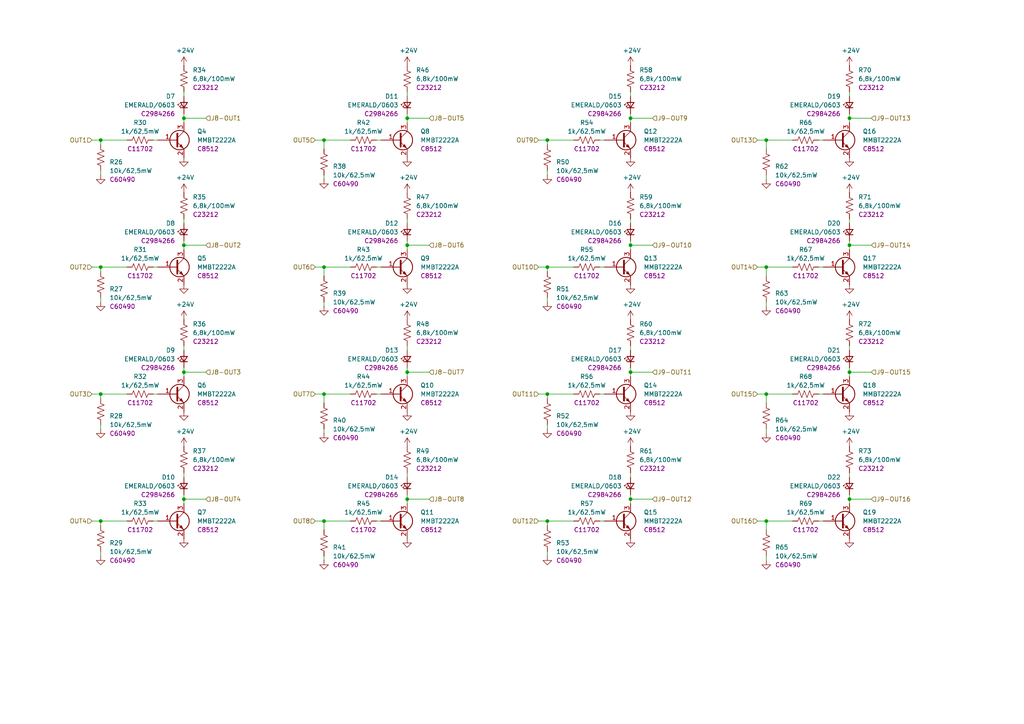
<source format=kicad_sch>
(kicad_sch (version 20231120) (generator "eeschema") (generator_version "8.0")
  (paper "A4")
  (title_block (title "ESP 24V 16xIn/16xOut/4xNTC Module") (date "2025-07-04") (rev "V4"))
  (junction (at 182.88 107.95))
  (junction (at 222.25 40.64))
  (junction (at 158.75 114.3))
  (junction (at 222.25 114.3))
  (junction (at 222.25 77.47))
  (junction (at 53.34 71.12))
  (junction (at 29.21 114.3))
  (junction (at 222.25 151.13))
  (junction (at 118.11 107.95))
  (junction (at 118.11 34.29))
  (junction (at 93.98 77.47))
  (junction (at 93.98 151.13))
  (junction (at 118.11 71.12))
  (junction (at 29.21 40.64))
  (junction (at 158.75 77.47))
  (junction (at 158.75 40.64))
  (junction (at 182.88 144.78))
  (junction (at 246.38 144.78))
  (junction (at 182.88 71.12))
  (junction (at 93.98 40.64))
  (junction (at 246.38 107.95))
  (junction (at 182.88 34.29))
  (junction (at 53.34 34.29))
  (junction (at 53.34 107.95))
  (junction (at 246.38 71.12))
  (junction (at 29.21 77.47))
  (junction (at 29.21 151.13))
  (junction (at 118.11 144.78))
  (junction (at 246.38 34.29))
  (junction (at 53.34 144.78))
  (junction (at 158.75 151.13))
  (junction (at 93.98 114.3))
  (wire (pts (xy 182.88 100.33) (xy 182.88 101.6)))
  (wire (pts (xy 29.21 151.13) (xy 36.83 151.13)))
  (wire (pts (xy 29.21 114.3) (xy 29.21 115.57)))
  (wire (pts (xy 182.88 71.12) (xy 182.88 72.39)))
  (wire (pts (xy 53.34 137.16) (xy 53.34 138.43)))
  (wire (pts (xy 93.98 87.63) (xy 93.98 88.9)))
  (wire (pts (xy 109.22 40.64) (xy 110.49 40.64)))
  (wire (pts (xy 182.88 137.16) (xy 182.88 138.43)))
  (wire (pts (xy 93.98 40.64) (xy 101.6 40.64)))
  (wire (pts (xy 29.21 40.64) (xy 29.21 41.91)))
  (wire (pts (xy 109.22 114.3) (xy 110.49 114.3)))
  (wire (pts (xy 158.75 160.02) (xy 158.75 161.29)))
  (wire (pts (xy 246.38 34.29) (xy 252.73 34.29)))
  (wire (pts (xy 93.98 151.13) (xy 93.98 153.67)))
  (wire (pts (xy 118.11 63.5) (xy 118.11 64.77)))
  (wire (pts (xy 44.45 40.64) (xy 45.72 40.64)))
  (wire (pts (xy 182.88 63.5) (xy 182.88 64.77)))
  (wire (pts (xy 246.38 106.68) (xy 246.38 107.95)))
  (wire (pts (xy 118.11 69.85) (xy 118.11 71.12)))
  (wire (pts (xy 93.98 114.3) (xy 93.98 116.84)))
  (wire (pts (xy 158.75 40.64) (xy 158.75 41.91)))
  (wire (pts (xy 91.44 151.13) (xy 93.98 151.13)))
  (wire (pts (xy 26.67 151.13) (xy 29.21 151.13)))
  (wire (pts (xy 53.34 69.85) (xy 53.34 71.12)))
  (wire (pts (xy 29.21 86.36) (xy 29.21 87.63)))
  (wire (pts (xy 29.21 77.47) (xy 29.21 78.74)))
  (wire (pts (xy 93.98 114.3) (xy 101.6 114.3)))
  (wire (pts (xy 118.11 34.29) (xy 124.46 34.29)))
  (wire (pts (xy 219.71 40.64) (xy 222.25 40.64)))
  (wire (pts (xy 118.11 144.78) (xy 118.11 146.05)))
  (wire (pts (xy 29.21 151.13) (xy 29.21 152.4)))
  (wire (pts (xy 222.25 161.29) (xy 222.25 162.56)))
  (wire (pts (xy 156.21 151.13) (xy 158.75 151.13)))
  (wire (pts (xy 156.21 40.64) (xy 158.75 40.64)))
  (wire (pts (xy 246.38 33.02) (xy 246.38 34.29)))
  (wire (pts (xy 44.45 114.3) (xy 45.72 114.3)))
  (wire (pts (xy 118.11 107.95) (xy 124.46 107.95)))
  (wire (pts (xy 158.75 114.3) (xy 166.37 114.3)))
  (wire (pts (xy 93.98 124.46) (xy 93.98 125.73)))
  (wire (pts (xy 93.98 151.13) (xy 101.6 151.13)))
  (wire (pts (xy 93.98 40.64) (xy 93.98 43.18)))
  (wire (pts (xy 53.34 100.33) (xy 53.34 101.6)))
  (wire (pts (xy 158.75 77.47) (xy 166.37 77.47)))
  (wire (pts (xy 173.99 151.13) (xy 175.26 151.13)))
  (wire (pts (xy 182.88 107.95) (xy 189.23 107.95)))
  (wire (pts (xy 29.21 40.64) (xy 36.83 40.64)))
  (wire (pts (xy 219.71 151.13) (xy 222.25 151.13)))
  (wire (pts (xy 53.34 33.02) (xy 53.34 34.29)))
  (wire (pts (xy 44.45 151.13) (xy 45.72 151.13)))
  (wire (pts (xy 182.88 33.02) (xy 182.88 34.29)))
  (wire (pts (xy 246.38 34.29) (xy 246.38 35.56)))
  (wire (pts (xy 118.11 34.29) (xy 118.11 35.56)))
  (wire (pts (xy 158.75 86.36) (xy 158.75 87.63)))
  (wire (pts (xy 59.69 71.12) (xy 53.34 71.12)))
  (wire (pts (xy 53.34 143.51) (xy 53.34 144.78)))
  (wire (pts (xy 158.75 49.53) (xy 158.75 50.8)))
  (wire (pts (xy 246.38 71.12) (xy 246.38 72.39)))
  (wire (pts (xy 246.38 100.33) (xy 246.38 101.6)))
  (wire (pts (xy 118.11 71.12) (xy 118.11 72.39)))
  (wire (pts (xy 182.88 144.78) (xy 182.88 146.05)))
  (wire (pts (xy 93.98 77.47) (xy 93.98 80.01)))
  (wire (pts (xy 53.34 71.12) (xy 53.34 72.39)))
  (wire (pts (xy 222.25 151.13) (xy 222.25 153.67)))
  (wire (pts (xy 26.67 114.3) (xy 29.21 114.3)))
  (wire (pts (xy 182.88 143.51) (xy 182.88 144.78)))
  (wire (pts (xy 246.38 26.67) (xy 246.38 27.94)))
  (wire (pts (xy 222.25 114.3) (xy 229.87 114.3)))
  (wire (pts (xy 109.22 151.13) (xy 110.49 151.13)))
  (wire (pts (xy 182.88 26.67) (xy 182.88 27.94)))
  (wire (pts (xy 237.49 40.64) (xy 238.76 40.64)))
  (wire (pts (xy 246.38 137.16) (xy 246.38 138.43)))
  (wire (pts (xy 118.11 144.78) (xy 124.46 144.78)))
  (wire (pts (xy 26.67 77.47) (xy 29.21 77.47)))
  (wire (pts (xy 109.22 77.47) (xy 110.49 77.47)))
  (wire (pts (xy 182.88 106.68) (xy 182.88 107.95)))
  (wire (pts (xy 29.21 160.02) (xy 29.21 161.29)))
  (wire (pts (xy 29.21 123.19) (xy 29.21 124.46)))
  (wire (pts (xy 246.38 63.5) (xy 246.38 64.77)))
  (wire (pts (xy 44.45 77.47) (xy 45.72 77.47)))
  (wire (pts (xy 189.23 71.12) (xy 182.88 71.12)))
  (wire (pts (xy 182.88 34.29) (xy 182.88 35.56)))
  (wire (pts (xy 156.21 114.3) (xy 158.75 114.3)))
  (wire (pts (xy 222.25 77.47) (xy 229.87 77.47)))
  (wire (pts (xy 118.11 100.33) (xy 118.11 101.6)))
  (wire (pts (xy 53.34 63.5) (xy 53.34 64.77)))
  (wire (pts (xy 53.34 106.68) (xy 53.34 107.95)))
  (wire (pts (xy 93.98 161.29) (xy 93.98 162.56)))
  (wire (pts (xy 219.71 114.3) (xy 222.25 114.3)))
  (wire (pts (xy 118.11 143.51) (xy 118.11 144.78)))
  (wire (pts (xy 222.25 40.64) (xy 229.87 40.64)))
  (wire (pts (xy 246.38 144.78) (xy 246.38 146.05)))
  (wire (pts (xy 93.98 50.8) (xy 93.98 52.07)))
  (wire (pts (xy 118.11 71.12) (xy 124.46 71.12)))
  (wire (pts (xy 53.34 144.78) (xy 59.69 144.78)))
  (wire (pts (xy 246.38 144.78) (xy 252.73 144.78)))
  (wire (pts (xy 118.11 26.67) (xy 118.11 27.94)))
  (wire (pts (xy 182.88 69.85) (xy 182.88 71.12)))
  (wire (pts (xy 222.25 124.46) (xy 222.25 125.73)))
  (wire (pts (xy 59.69 34.29) (xy 53.34 34.29)))
  (wire (pts (xy 219.71 77.47) (xy 222.25 77.47)))
  (wire (pts (xy 158.75 114.3) (xy 158.75 115.57)))
  (wire (pts (xy 29.21 49.53) (xy 29.21 50.8)))
  (wire (pts (xy 222.25 151.13) (xy 229.87 151.13)))
  (wire (pts (xy 222.25 50.8) (xy 222.25 52.07)))
  (wire (pts (xy 158.75 77.47) (xy 158.75 78.74)))
  (wire (pts (xy 53.34 34.29) (xy 53.34 35.56)))
  (wire (pts (xy 246.38 71.12) (xy 252.73 71.12)))
  (wire (pts (xy 158.75 40.64) (xy 166.37 40.64)))
  (wire (pts (xy 53.34 107.95) (xy 59.69 107.95)))
  (wire (pts (xy 93.98 77.47) (xy 101.6 77.47)))
  (wire (pts (xy 53.34 144.78) (xy 53.34 146.05)))
  (wire (pts (xy 156.21 77.47) (xy 158.75 77.47)))
  (wire (pts (xy 222.25 40.64) (xy 222.25 43.18)))
  (wire (pts (xy 237.49 151.13) (xy 238.76 151.13)))
  (wire (pts (xy 26.67 40.64) (xy 29.21 40.64)))
  (wire (pts (xy 222.25 77.47) (xy 222.25 80.01)))
  (wire (pts (xy 118.11 137.16) (xy 118.11 138.43)))
  (wire (pts (xy 118.11 33.02) (xy 118.11 34.29)))
  (wire (pts (xy 91.44 40.64) (xy 93.98 40.64)))
  (wire (pts (xy 246.38 69.85) (xy 246.38 71.12)))
  (wire (pts (xy 237.49 114.3) (xy 238.76 114.3)))
  (wire (pts (xy 158.75 151.13) (xy 166.37 151.13)))
  (wire (pts (xy 53.34 26.67) (xy 53.34 27.94)))
  (wire (pts (xy 246.38 107.95) (xy 252.73 107.95)))
  (wire (pts (xy 29.21 114.3) (xy 36.83 114.3)))
  (wire (pts (xy 91.44 77.47) (xy 93.98 77.47)))
  (wire (pts (xy 91.44 114.3) (xy 93.98 114.3)))
  (wire (pts (xy 118.11 106.68) (xy 118.11 107.95)))
  (wire (pts (xy 246.38 143.51) (xy 246.38 144.78)))
  (wire (pts (xy 189.23 34.29) (xy 182.88 34.29)))
  (wire (pts (xy 182.88 107.95) (xy 182.88 109.22)))
  (wire (pts (xy 237.49 77.47) (xy 238.76 77.47)))
  (wire (pts (xy 158.75 123.19) (xy 158.75 124.46)))
  (wire (pts (xy 222.25 114.3) (xy 222.25 116.84)))
  (wire (pts (xy 246.38 107.95) (xy 246.38 109.22)))
  (wire (pts (xy 182.88 144.78) (xy 189.23 144.78)))
  (wire (pts (xy 173.99 77.47) (xy 175.26 77.47)))
  (wire (pts (xy 158.75 151.13) (xy 158.75 152.4)))
  (wire (pts (xy 29.21 77.47) (xy 36.83 77.47)))
  (wire (pts (xy 53.34 107.95) (xy 53.34 109.22)))
  (wire (pts (xy 173.99 40.64) (xy 175.26 40.64)))
  (wire (pts (xy 118.11 107.95) (xy 118.11 109.22)))
  (wire (pts (xy 222.25 87.63) (xy 222.25 88.9)))
  (wire (pts (xy 173.99 114.3) (xy 175.26 114.3)))
  (hierarchical_label "J8-OUT8" (shape input) (at 124.46 144.78 0))
  (hierarchical_label "J8-OUT6" (shape input) (at 124.46 71.12 0))
  (hierarchical_label "OUT1" (shape input) (at 26.67 40.64 180))
  (hierarchical_label "J8-OUT4" (shape input) (at 59.69 144.78 0))
  (hierarchical_label "OUT12" (shape input) (at 156.21 151.13 180))
  (hierarchical_label "J9-OUT14" (shape input) (at 252.73 71.12 0))
  (hierarchical_label "J8-OUT2" (shape input) (at 59.69 71.12 0))
  (hierarchical_label "J9-OUT16" (shape input) (at 252.73 144.78 0))
  (hierarchical_label "J9-OUT11" (shape input) (at 189.23 107.95 0))
  (hierarchical_label "OUT9" (shape input) (at 156.21 40.64 180))
  (hierarchical_label "OUT7" (shape input) (at 91.44 114.3 180))
  (hierarchical_label "OUT15" (shape input) (at 219.71 114.3 180))
  (hierarchical_label "J8-OUT5" (shape input) (at 124.46 34.29 0))
  (hierarchical_label "J9-OUT15" (shape input) (at 252.73 107.95 0))
  (hierarchical_label "OUT13" (shape input) (at 219.71 40.64 180))
  (hierarchical_label "OUT16" (shape input) (at 219.71 151.13 180))
  (hierarchical_label "J8-OUT1" (shape input) (at 59.69 34.29 0))
  (hierarchical_label "OUT4" (shape input) (at 26.67 151.13 180))
  (hierarchical_label "OUT8" (shape input) (at 91.44 151.13 180))
  (hierarchical_label "OUT14" (shape input) (at 219.71 77.47 180))
  (hierarchical_label "OUT10" (shape input) (at 156.21 77.47 180))
  (hierarchical_label "J8-OUT7" (shape input) (at 124.46 107.95 0))
  (hierarchical_label "J9-OUT12" (shape input) (at 189.23 144.78 0))
  (hierarchical_label "OUT6" (shape input) (at 91.44 77.47 180))
  (hierarchical_label "J9-OUT13" (shape input) (at 252.73 34.29 0))
  (hierarchical_label "OUT3" (shape input) (at 26.67 114.3 180))
  (hierarchical_label "J8-OUT3" (shape input) (at 59.69 107.95 0))
  (hierarchical_label "OUT5" (shape input) (at 91.44 40.64 180))
  (hierarchical_label "J9-OUT9" (shape input) (at 189.23 34.29 0))
  (hierarchical_label "OUT2" (shape input) (at 26.67 77.47 180))
  (hierarchical_label "OUT11" (shape input) (at 156.21 114.3 180))
  (hierarchical_label "J9-OUT10" (shape input) (at 189.23 71.12 0))
  (symbol (lib_id "Device:LED_Small") (at 246.38 67.31 90) (unit 1)
    (property "Reference" "D20" (at 243.84 64.77 90) (effects (justify left)))
    (property "Value" "EMERALD/0603" (at 243.84 67.31 90) (effects (justify left)))
    (property "Footprint" "Tales:LED_0603_1608Metric" (effects (hide yes)))
    (property "Case" "0603/1608" (effects (hide yes)))
    (property "Mfr" "Everlight Elec" (effects (hide yes)))
    (property "Mfr PN" "19-213/GHC-XS1T1N/5T" (effects (hide yes)))
    (property "Vendor" "JLCPCB" (effects (hide yes)))
    (property "Vendor PN" "C2984266" (effects (hide yes)))
    (property "LCSC Part #" "C2984266" (at 243.84 69.85 90) (effects (justify left)))
    (property "JLCPCB BOM" "1" (effects (hide yes)))
  )
  (symbol (lib_id "Device:R_US") (at 29.21 45.72 180) (unit 1)
    (property "Reference" "R26" (at 31.75 46.99 0) (effects (justify right)))
    (property "Value" "10k/62,5mW" (at 31.75 49.53 0) (effects (justify right)))
    (property "Footprint" "Tales:R_0402_1005Metric" (effects (hide yes)))
    (property "Mfr" "Yageo" (effects (hide yes)))
    (property "Vendor" "JLCPCB" (effects (hide yes)))
    (property "Mfr PN" "RC0402FR-0710KL" (effects (hide yes)))
    (property "Technology" "1%" (effects (hide yes)))
    (property "Vendor PN" "C60490" (effects (hide yes)))
    (property "LCSC Part #" "C60490" (at 31.75 52.07 0) (effects (justify right)))
    (property "JLCPCB BOM" "1" (effects (hide yes)))
    (property "Package" "0402/1005" (effects (hide yes)))
    (property "Case" "0402/1005" (effects (hide yes)))
  )
  (symbol (lib_id "power:GND") (at 182.88 45.72 0) (unit 1)
    (property "Reference" "#PWR0113" (effects (hide yes)))
    (property "Value" "GND" (effects (hide yes)))
    (property "Description" "Power symbol creates a global label with name \"GND\" , ground" (effects (hide yes)))
  )
  (symbol (lib_id "Device:R_US") (at 170.18 40.64 270) (unit 1)
    (property "Reference" "R54" (at 170.18 35.56 90))
    (property "Value" "1k/62,5mW" (at 170.18 38.1 90))
    (property "Footprint" "Tales:R_0402_1005Metric" (effects (hide yes)))
    (property "Case" "0402/1005" (effects (hide yes)))
    (property "Mfr" "Uniroyal" (effects (hide yes)))
    (property "Mfr PN" "0402WGF1001TCE" (effects (hide yes)))
    (property "Vendor" "JLCPCB" (effects (hide yes)))
    (property "Vendor PN" "C11702" (effects (hide yes)))
    (property "LCSC Part #" "C11702" (at 170.18 43.18 90))
    (property "JLCPCB BOM" "1" (effects (hide yes)))
  )
  (symbol (lib_id "Device:LED_Small") (at 53.34 104.14 90) (unit 1)
    (property "Reference" "D9" (at 50.8 101.6 90) (effects (justify left)))
    (property "Value" "EMERALD/0603" (at 50.8 104.14 90) (effects (justify left)))
    (property "Footprint" "Tales:LED_0603_1608Metric" (effects (hide yes)))
    (property "Case" "0603/1608" (effects (hide yes)))
    (property "Mfr" "Everlight Elec" (effects (hide yes)))
    (property "Mfr PN" "19-213/GHC-XS1T1N/5T" (effects (hide yes)))
    (property "Vendor" "JLCPCB" (effects (hide yes)))
    (property "Vendor PN" "C2984266" (effects (hide yes)))
    (property "LCSC Part #" "C2984266" (at 50.8 106.68 90) (effects (justify left)))
    (property "JLCPCB BOM" "1" (effects (hide yes)))
  )
  (symbol (lib_id "Device:R_US") (at 233.68 151.13 270) (unit 1)
    (property "Reference" "R69" (at 233.68 146.05 90))
    (property "Value" "1k/62,5mW" (at 233.68 148.59 90))
    (property "Footprint" "Tales:R_0402_1005Metric" (effects (hide yes)))
    (property "Case" "0402/1005" (effects (hide yes)))
    (property "Mfr" "Uniroyal" (effects (hide yes)))
    (property "Mfr PN" "0402WGF1001TCE" (effects (hide yes)))
    (property "Vendor" "JLCPCB" (effects (hide yes)))
    (property "Vendor PN" "C11702" (effects (hide yes)))
    (property "LCSC Part #" "C11702" (at 233.68 153.67 90))
    (property "JLCPCB BOM" "1" (effects (hide yes)))
  )
  (symbol (lib_id "power:GND") (at 29.21 161.29 0) (unit 1)
    (property "Reference" "#PWR087" (effects (hide yes)))
    (property "Value" "GND" (effects (hide yes)))
    (property "Description" "Power symbol creates a global label with name \"GND\" , ground" (effects (hide yes)))
  )
  (symbol (lib_id "power:+24V") (at 118.11 129.54 0) (unit 1)
    (property "Reference" "#PWR0106" (effects (hide yes)))
    (property "Value" "+24V" (at 118.491 125.1458 0))
    (property "Description" "Power symbol creates a global label with name \"+24V\"" (effects (hide yes)))
  )
  (symbol (lib_id "Device:R_US") (at 246.38 22.86 0) (unit 1)
    (property "Reference" "R70" (at 248.92 20.32 0) (effects (justify left)))
    (property "Value" "6,8k/100mW" (at 248.92 22.86 0) (effects (justify left)))
    (property "Footprint" "Tales:R_0603_1608Metric" (effects (hide yes)))
    (property "Case" "0603/1608" (effects (hide yes)))
    (property "Mfr" "Uniroyal" (effects (hide yes)))
    (property "Mfr PN" "0603WAF6801T5E" (effects (hide yes)))
    (property "Vendor" "JLCPCB" (effects (hide yes)))
    (property "Vendor PN" "C23212 " (effects (hide yes)))
    (property "LCSC Part #" "C23212" (at 248.92 25.4 0) (effects (justify left)))
    (property "JLCPCB BOM" "1" (effects (hide yes)))
  )
  (symbol (lib_id "power:+24V") (at 182.88 129.54 0) (unit 1)
    (property "Reference" "#PWR0118" (effects (hide yes)))
    (property "Value" "+24V" (at 183.261 125.1458 0))
    (property "Description" "Power symbol creates a global label with name \"+24V\"" (effects (hide yes)))
  )
  (symbol (lib_id "power:+24V") (at 246.38 19.05 0) (unit 1)
    (property "Reference" "#PWR0124" (effects (hide yes)))
    (property "Value" "+24V" (at 246.761 14.6558 0))
    (property "Description" "Power symbol creates a global label with name \"+24V\"" (effects (hide yes)))
  )
  (symbol (lib_id "Device:LED_Small") (at 246.38 140.97 90) (unit 1)
    (property "Reference" "D22" (at 243.84 138.43 90) (effects (justify left)))
    (property "Value" "EMERALD/0603" (at 243.84 140.97 90) (effects (justify left)))
    (property "Footprint" "Tales:LED_0603_1608Metric" (effects (hide yes)))
    (property "Case" "0603/1608" (effects (hide yes)))
    (property "Mfr" "Everlight Elec" (effects (hide yes)))
    (property "Mfr PN" "19-213/GHC-XS1T1N/5T" (effects (hide yes)))
    (property "Vendor" "JLCPCB" (effects (hide yes)))
    (property "Vendor PN" "C2984266" (effects (hide yes)))
    (property "LCSC Part #" "C2984266" (at 243.84 143.51 90) (effects (justify left)))
    (property "JLCPCB BOM" "1" (effects (hide yes)))
  )
  (symbol (lib_id "Device:Q_NPN_BEC") (at 243.84 77.47 0) (unit 1)
    (property "Reference" "Q17" (at 250.19 74.93 0) (effects (justify left)))
    (property "Value" "MMBT2222A" (at 250.19 77.47 0) (effects (justify left)))
    (property "Footprint" "Tales:SOT-23-Narrow" (effects (hide yes)))
    (property "Case" "SOT-23-3" (effects (hide yes)))
    (property "Mfr" "Changjiang" (effects (hide yes)))
    (property "Mfr PN" "MMBT2222A" (effects (hide yes)))
    (property "Technology" "BJT" (effects (hide yes)))
    (property "Vendor" "JLCPCB" (effects (hide yes)))
    (property "Vendor PN" "C8512" (effects (hide yes)))
    (property "JLCPCB BOM" "1" (effects (hide yes)))
    (property "LCSC Part #" "C8512" (at 250.19 80.01 0) (effects (justify left)))
  )
  (symbol (lib_id "power:GND") (at 158.75 87.63 0) (unit 1)
    (property "Reference" "#PWR0109" (effects (hide yes)))
    (property "Value" "GND" (effects (hide yes)))
    (property "Description" "Power symbol creates a global label with name \"GND\" , ground" (effects (hide yes)))
  )
  (symbol (lib_id "Device:R_US") (at 105.41 40.64 270) (unit 1)
    (property "Reference" "R42" (at 105.41 35.56 90))
    (property "Value" "1k/62,5mW" (at 105.41 38.1 90))
    (property "Footprint" "Tales:R_0402_1005Metric" (effects (hide yes)))
    (property "Case" "0402/1005" (effects (hide yes)))
    (property "Mfr" "Uniroyal" (effects (hide yes)))
    (property "Mfr PN" "0402WGF1001TCE" (effects (hide yes)))
    (property "Vendor" "JLCPCB" (effects (hide yes)))
    (property "Vendor PN" "C11702" (effects (hide yes)))
    (property "LCSC Part #" "C11702" (at 105.41 43.18 90))
    (property "JLCPCB BOM" "1" (effects (hide yes)))
  )
  (symbol (lib_id "power:+24V") (at 53.34 129.54 0) (unit 1)
    (property "Reference" "#PWR094" (effects (hide yes)))
    (property "Value" "+24V" (at 53.721 125.1458 0))
    (property "Description" "Power symbol creates a global label with name \"+24V\"" (effects (hide yes)))
  )
  (symbol (lib_id "power:GND") (at 246.38 119.38 0) (unit 1)
    (property "Reference" "#PWR0129" (effects (hide yes)))
    (property "Value" "GND" (effects (hide yes)))
    (property "Description" "Power symbol creates a global label with name \"GND\" , ground" (effects (hide yes)))
  )
  (symbol (lib_id "power:GND") (at 246.38 156.21 0) (unit 1)
    (property "Reference" "#PWR0131" (effects (hide yes)))
    (property "Value" "GND" (effects (hide yes)))
    (property "Description" "Power symbol creates a global label with name \"GND\" , ground" (effects (hide yes)))
  )
  (symbol (lib_id "power:GND") (at 93.98 162.56 0) (unit 1)
    (property "Reference" "#PWR099" (effects (hide yes)))
    (property "Value" "GND" (effects (hide yes)))
    (property "Description" "Power symbol creates a global label with name \"GND\" , ground" (effects (hide yes)))
  )
  (symbol (lib_id "Device:Q_NPN_BEC") (at 115.57 77.47 0) (unit 1)
    (property "Reference" "Q9" (at 121.92 74.93 0) (effects (justify left)))
    (property "Value" "MMBT2222A" (at 121.92 77.47 0) (effects (justify left)))
    (property "Footprint" "Tales:SOT-23-Narrow" (effects (hide yes)))
    (property "Case" "SOT-23-3" (effects (hide yes)))
    (property "Mfr" "Changjiang" (effects (hide yes)))
    (property "Mfr PN" "MMBT2222A" (effects (hide yes)))
    (property "Technology" "BJT" (effects (hide yes)))
    (property "Vendor" "JLCPCB" (effects (hide yes)))
    (property "Vendor PN" "C8512" (effects (hide yes)))
    (property "JLCPCB BOM" "1" (effects (hide yes)))
    (property "LCSC Part #" "C8512" (at 121.92 80.01 0) (effects (justify left)))
  )
  (symbol (lib_id "Device:LED_Small") (at 53.34 30.48 90) (unit 1)
    (property "Reference" "D7" (at 50.8 27.94 90) (effects (justify left)))
    (property "Value" "EMERALD/0603" (at 50.8 30.48 90) (effects (justify left)))
    (property "Footprint" "Tales:LED_0603_1608Metric" (effects (hide yes)))
    (property "Case" "0603/1608" (effects (hide yes)))
    (property "Mfr" "Everlight Elec" (effects (hide yes)))
    (property "Mfr PN" "19-213/GHC-XS1T1N/5T" (effects (hide yes)))
    (property "Vendor" "JLCPCB" (effects (hide yes)))
    (property "Vendor PN" "C2984266" (effects (hide yes)))
    (property "LCSC Part #" "C2984266" (at 50.8 33.02 90) (effects (justify left)))
    (property "JLCPCB BOM" "1" (effects (hide yes)))
  )
  (symbol (lib_id "power:+24V") (at 53.34 92.71 0) (unit 1)
    (property "Reference" "#PWR092" (effects (hide yes)))
    (property "Value" "+24V" (at 53.721 88.3158 0))
    (property "Description" "Power symbol creates a global label with name \"+24V\"" (effects (hide yes)))
  )
  (symbol (lib_id "power:GND") (at 53.34 82.55 0) (unit 1)
    (property "Reference" "#PWR091" (effects (hide yes)))
    (property "Value" "GND" (effects (hide yes)))
    (property "Description" "Power symbol creates a global label with name \"GND\" , ground" (effects (hide yes)))
  )
  (symbol (lib_id "Device:R_US") (at 118.11 59.69 0) (unit 1)
    (property "Reference" "R47" (at 120.65 57.15 0) (effects (justify left)))
    (property "Value" "6,8k/100mW" (at 120.65 59.69 0) (effects (justify left)))
    (property "Footprint" "Tales:R_0603_1608Metric" (effects (hide yes)))
    (property "Case" "0603/1608" (effects (hide yes)))
    (property "Mfr" "Uniroyal" (effects (hide yes)))
    (property "Mfr PN" "0603WAF6801T5E" (effects (hide yes)))
    (property "Vendor" "JLCPCB" (effects (hide yes)))
    (property "Vendor PN" "C23212 " (effects (hide yes)))
    (property "LCSC Part #" "C23212" (at 120.65 62.23 0) (effects (justify left)))
    (property "JLCPCB BOM" "1" (effects (hide yes)))
  )
  (symbol (lib_id "Device:Q_NPN_BEC") (at 50.8 77.47 0) (unit 1)
    (property "Reference" "Q5" (at 57.15 74.93 0) (effects (justify left)))
    (property "Value" "MMBT2222A" (at 57.15 77.47 0) (effects (justify left)))
    (property "Footprint" "Tales:SOT-23-Narrow" (effects (hide yes)))
    (property "Case" "SOT-23-3" (effects (hide yes)))
    (property "Mfr" "Changjiang" (effects (hide yes)))
    (property "Mfr PN" "MMBT2222A" (effects (hide yes)))
    (property "Technology" "BJT" (effects (hide yes)))
    (property "Vendor" "JLCPCB" (effects (hide yes)))
    (property "Vendor PN" "C8512" (effects (hide yes)))
    (property "JLCPCB BOM" "1" (effects (hide yes)))
    (property "LCSC Part #" "C8512" (at 57.15 80.01 0) (effects (justify left)))
  )
  (symbol (lib_id "power:GND") (at 182.88 119.38 0) (unit 1)
    (property "Reference" "#PWR0117" (effects (hide yes)))
    (property "Value" "GND" (effects (hide yes)))
    (property "Description" "Power symbol creates a global label with name \"GND\" , ground" (effects (hide yes)))
  )
  (symbol (lib_id "power:+24V") (at 246.38 129.54 0) (unit 1)
    (property "Reference" "#PWR0130" (effects (hide yes)))
    (property "Value" "+24V" (at 246.761 125.1458 0))
    (property "Description" "Power symbol creates a global label with name \"+24V\"" (effects (hide yes)))
  )
  (symbol (lib_id "Device:R_US") (at 170.18 114.3 270) (unit 1)
    (property "Reference" "R56" (at 170.18 109.22 90))
    (property "Value" "1k/62,5mW" (at 170.18 111.76 90))
    (property "Footprint" "Tales:R_0402_1005Metric" (effects (hide yes)))
    (property "Case" "0402/1005" (effects (hide yes)))
    (property "Mfr" "Uniroyal" (effects (hide yes)))
    (property "Mfr PN" "0402WGF1001TCE" (effects (hide yes)))
    (property "Vendor" "JLCPCB" (effects (hide yes)))
    (property "Vendor PN" "C11702" (effects (hide yes)))
    (property "LCSC Part #" "C11702" (at 170.18 116.84 90))
    (property "JLCPCB BOM" "1" (effects (hide yes)))
  )
  (symbol (lib_id "Device:LED_Small") (at 182.88 140.97 90) (unit 1)
    (property "Reference" "D18" (at 180.34 138.43 90) (effects (justify left)))
    (property "Value" "EMERALD/0603" (at 180.34 140.97 90) (effects (justify left)))
    (property "Footprint" "Tales:LED_0603_1608Metric" (effects (hide yes)))
    (property "Case" "0603/1608" (effects (hide yes)))
    (property "Mfr" "Everlight Elec" (effects (hide yes)))
    (property "Mfr PN" "19-213/GHC-XS1T1N/5T" (effects (hide yes)))
    (property "Vendor" "JLCPCB" (effects (hide yes)))
    (property "Vendor PN" "C2984266" (effects (hide yes)))
    (property "LCSC Part #" "C2984266" (at 180.34 143.51 90) (effects (justify left)))
    (property "JLCPCB BOM" "1" (effects (hide yes)))
  )
  (symbol (lib_id "power:GND") (at 118.11 82.55 0) (unit 1)
    (property "Reference" "#PWR0103" (effects (hide yes)))
    (property "Value" "GND" (effects (hide yes)))
    (property "Description" "Power symbol creates a global label with name \"GND\" , ground" (effects (hide yes)))
  )
  (symbol (lib_id "power:GND") (at 222.25 88.9 0) (unit 1)
    (property "Reference" "#PWR0121" (effects (hide yes)))
    (property "Value" "GND" (effects (hide yes)))
    (property "Description" "Power symbol creates a global label with name \"GND\" , ground" (effects (hide yes)))
  )
  (symbol (lib_id "power:+24V") (at 182.88 92.71 0) (unit 1)
    (property "Reference" "#PWR0116" (effects (hide yes)))
    (property "Value" "+24V" (at 183.261 88.3158 0))
    (property "Description" "Power symbol creates a global label with name \"+24V\"" (effects (hide yes)))
  )
  (symbol (lib_id "power:GND") (at 222.25 52.07 0) (unit 1)
    (property "Reference" "#PWR0120" (effects (hide yes)))
    (property "Value" "GND" (effects (hide yes)))
    (property "Description" "Power symbol creates a global label with name \"GND\" , ground" (effects (hide yes)))
  )
  (symbol (lib_id "power:GND") (at 29.21 124.46 0) (unit 1)
    (property "Reference" "#PWR086" (effects (hide yes)))
    (property "Value" "GND" (effects (hide yes)))
    (property "Description" "Power symbol creates a global label with name \"GND\" , ground" (effects (hide yes)))
  )
  (symbol (lib_id "Device:Q_NPN_BEC") (at 243.84 40.64 0) (unit 1)
    (property "Reference" "Q16" (at 250.19 38.1 0) (effects (justify left)))
    (property "Value" "MMBT2222A" (at 250.19 40.64 0) (effects (justify left)))
    (property "Footprint" "Tales:SOT-23-Narrow" (effects (hide yes)))
    (property "Case" "SOT-23-3" (effects (hide yes)))
    (property "Mfr" "Changjiang" (effects (hide yes)))
    (property "Mfr PN" "MMBT2222A" (effects (hide yes)))
    (property "Technology" "BJT" (effects (hide yes)))
    (property "Vendor" "JLCPCB" (effects (hide yes)))
    (property "Vendor PN" "C8512" (effects (hide yes)))
    (property "JLCPCB BOM" "1" (effects (hide yes)))
    (property "LCSC Part #" "C8512" (at 250.19 43.18 0) (effects (justify left)))
  )
  (symbol (lib_id "Device:Q_NPN_BEC") (at 115.57 114.3 0) (unit 1)
    (property "Reference" "Q10" (at 121.92 111.76 0) (effects (justify left)))
    (property "Value" "MMBT2222A" (at 121.92 114.3 0) (effects (justify left)))
    (property "Footprint" "Tales:SOT-23-Narrow" (effects (hide yes)))
    (property "Case" "SOT-23-3" (effects (hide yes)))
    (property "Mfr" "Changjiang" (effects (hide yes)))
    (property "Mfr PN" "MMBT2222A" (effects (hide yes)))
    (property "Technology" "BJT" (effects (hide yes)))
    (property "Vendor" "JLCPCB" (effects (hide yes)))
    (property "Vendor PN" "C8512" (effects (hide yes)))
    (property "JLCPCB BOM" "1" (effects (hide yes)))
    (property "LCSC Part #" "C8512" (at 121.92 116.84 0) (effects (justify left)))
  )
  (symbol (lib_id "Device:R_US") (at 182.88 59.69 0) (unit 1)
    (property "Reference" "R59" (at 185.42 57.15 0) (effects (justify left)))
    (property "Value" "6,8k/100mW" (at 185.42 59.69 0) (effects (justify left)))
    (property "Footprint" "Tales:R_0603_1608Metric" (effects (hide yes)))
    (property "Case" "0603/1608" (effects (hide yes)))
    (property "Mfr" "Uniroyal" (effects (hide yes)))
    (property "Mfr PN" "0603WAF6801T5E" (effects (hide yes)))
    (property "Vendor" "JLCPCB" (effects (hide yes)))
    (property "Vendor PN" "C23212 " (effects (hide yes)))
    (property "LCSC Part #" "C23212" (at 185.42 62.23 0) (effects (justify left)))
    (property "JLCPCB BOM" "1" (effects (hide yes)))
  )
  (symbol (lib_id "Device:LED_Small") (at 118.11 67.31 90) (unit 1)
    (property "Reference" "D12" (at 115.57 64.77 90) (effects (justify left)))
    (property "Value" "EMERALD/0603" (at 115.57 67.31 90) (effects (justify left)))
    (property "Footprint" "Tales:LED_0603_1608Metric" (effects (hide yes)))
    (property "Case" "0603/1608" (effects (hide yes)))
    (property "Mfr" "Everlight Elec" (effects (hide yes)))
    (property "Mfr PN" "19-213/GHC-XS1T1N/5T" (effects (hide yes)))
    (property "Vendor" "JLCPCB" (effects (hide yes)))
    (property "Vendor PN" "C2984266" (effects (hide yes)))
    (property "LCSC Part #" "C2984266" (at 115.57 69.85 90) (effects (justify left)))
    (property "JLCPCB BOM" "1" (effects (hide yes)))
  )
  (symbol (lib_id "Device:R_US") (at 29.21 82.55 180) (unit 1)
    (property "Reference" "R27" (at 31.75 83.82 0) (effects (justify right)))
    (property "Value" "10k/62,5mW" (at 31.75 86.36 0) (effects (justify right)))
    (property "Footprint" "Tales:R_0402_1005Metric" (effects (hide yes)))
    (property "Mfr" "Yageo" (effects (hide yes)))
    (property "Vendor" "JLCPCB" (effects (hide yes)))
    (property "Mfr PN" "RC0402FR-0710KL" (effects (hide yes)))
    (property "Technology" "1%" (effects (hide yes)))
    (property "Vendor PN" "C60490" (effects (hide yes)))
    (property "LCSC Part #" "C60490" (at 31.75 88.9 0) (effects (justify right)))
    (property "JLCPCB BOM" "1" (effects (hide yes)))
    (property "Package" "0402/1005" (effects (hide yes)))
    (property "Case" "0402/1005" (effects (hide yes)))
  )
  (symbol (lib_id "Device:LED_Small") (at 118.11 104.14 90) (unit 1)
    (property "Reference" "D13" (at 115.57 101.6 90) (effects (justify left)))
    (property "Value" "EMERALD/0603" (at 115.57 104.14 90) (effects (justify left)))
    (property "Footprint" "Tales:LED_0603_1608Metric" (effects (hide yes)))
    (property "Case" "0603/1608" (effects (hide yes)))
    (property "Mfr" "Everlight Elec" (effects (hide yes)))
    (property "Mfr PN" "19-213/GHC-XS1T1N/5T" (effects (hide yes)))
    (property "Vendor" "JLCPCB" (effects (hide yes)))
    (property "Vendor PN" "C2984266" (effects (hide yes)))
    (property "LCSC Part #" "C2984266" (at 115.57 106.68 90) (effects (justify left)))
    (property "JLCPCB BOM" "1" (effects (hide yes)))
  )
  (symbol (lib_id "Device:LED_Small") (at 182.88 67.31 90) (unit 1)
    (property "Reference" "D16" (at 180.34 64.77 90) (effects (justify left)))
    (property "Value" "EMERALD/0603" (at 180.34 67.31 90) (effects (justify left)))
    (property "Footprint" "Tales:LED_0603_1608Metric" (effects (hide yes)))
    (property "Case" "0603/1608" (effects (hide yes)))
    (property "Mfr" "Everlight Elec" (effects (hide yes)))
    (property "Mfr PN" "19-213/GHC-XS1T1N/5T" (effects (hide yes)))
    (property "Vendor" "JLCPCB" (effects (hide yes)))
    (property "Vendor PN" "C2984266" (effects (hide yes)))
    (property "LCSC Part #" "C2984266" (at 180.34 69.85 90) (effects (justify left)))
    (property "JLCPCB BOM" "1" (effects (hide yes)))
  )
  (symbol (lib_id "Device:R_US") (at 53.34 96.52 0) (unit 1)
    (property "Reference" "R36" (at 55.88 93.98 0) (effects (justify left)))
    (property "Value" "6,8k/100mW" (at 55.88 96.52 0) (effects (justify left)))
    (property "Footprint" "Tales:R_0603_1608Metric" (effects (hide yes)))
    (property "Case" "0603/1608" (effects (hide yes)))
    (property "Mfr" "Uniroyal" (effects (hide yes)))
    (property "Mfr PN" "0603WAF6801T5E" (effects (hide yes)))
    (property "Vendor" "JLCPCB" (effects (hide yes)))
    (property "Vendor PN" "C23212 " (effects (hide yes)))
    (property "LCSC Part #" "C23212" (at 55.88 99.06 0) (effects (justify left)))
    (property "JLCPCB BOM" "1" (effects (hide yes)))
  )
  (symbol (lib_id "power:GND") (at 53.34 119.38 0) (unit 1)
    (property "Reference" "#PWR093" (effects (hide yes)))
    (property "Value" "GND" (effects (hide yes)))
    (property "Description" "Power symbol creates a global label with name \"GND\" , ground" (effects (hide yes)))
  )
  (symbol (lib_id "power:+24V") (at 118.11 92.71 0) (unit 1)
    (property "Reference" "#PWR0104" (effects (hide yes)))
    (property "Value" "+24V" (at 118.491 88.3158 0))
    (property "Description" "Power symbol creates a global label with name \"+24V\"" (effects (hide yes)))
  )
  (symbol (lib_id "Device:R_US") (at 182.88 22.86 0) (unit 1)
    (property "Reference" "R58" (at 185.42 20.32 0) (effects (justify left)))
    (property "Value" "6,8k/100mW" (at 185.42 22.86 0) (effects (justify left)))
    (property "Footprint" "Tales:R_0603_1608Metric" (effects (hide yes)))
    (property "Case" "0603/1608" (effects (hide yes)))
    (property "Mfr" "Uniroyal" (effects (hide yes)))
    (property "Mfr PN" "0603WAF6801T5E" (effects (hide yes)))
    (property "Vendor" "JLCPCB" (effects (hide yes)))
    (property "Vendor PN" "C23212 " (effects (hide yes)))
    (property "LCSC Part #" "C23212" (at 185.42 25.4 0) (effects (justify left)))
    (property "JLCPCB BOM" "1" (effects (hide yes)))
  )
  (symbol (lib_id "Device:R_US") (at 233.68 77.47 270) (unit 1)
    (property "Reference" "R67" (at 233.68 72.39 90))
    (property "Value" "1k/62,5mW" (at 233.68 74.93 90))
    (property "Footprint" "Tales:R_0402_1005Metric" (effects (hide yes)))
    (property "Case" "0402/1005" (effects (hide yes)))
    (property "Mfr" "Uniroyal" (effects (hide yes)))
    (property "Mfr PN" "0402WGF1001TCE" (effects (hide yes)))
    (property "Vendor" "JLCPCB" (effects (hide yes)))
    (property "Vendor PN" "C11702" (effects (hide yes)))
    (property "LCSC Part #" "C11702" (at 233.68 80.01 90))
    (property "JLCPCB BOM" "1" (effects (hide yes)))
  )
  (symbol (lib_id "power:+24V") (at 182.88 19.05 0) (unit 1)
    (property "Reference" "#PWR0112" (effects (hide yes)))
    (property "Value" "+24V" (at 183.261 14.6558 0))
    (property "Description" "Power symbol creates a global label with name \"+24V\"" (effects (hide yes)))
  )
  (symbol (lib_id "power:+24V") (at 118.11 55.88 0) (unit 1)
    (property "Reference" "#PWR0102" (effects (hide yes)))
    (property "Value" "+24V" (at 118.491 51.4858 0))
    (property "Description" "Power symbol creates a global label with name \"+24V\"" (effects (hide yes)))
  )
  (symbol (lib_id "Device:R_US") (at 170.18 77.47 270) (unit 1)
    (property "Reference" "R55" (at 170.18 72.39 90))
    (property "Value" "1k/62,5mW" (at 170.18 74.93 90))
    (property "Footprint" "Tales:R_0402_1005Metric" (effects (hide yes)))
    (property "Case" "0402/1005" (effects (hide yes)))
    (property "Mfr" "Uniroyal" (effects (hide yes)))
    (property "Mfr PN" "0402WGF1001TCE" (effects (hide yes)))
    (property "Vendor" "JLCPCB" (effects (hide yes)))
    (property "Vendor PN" "C11702" (effects (hide yes)))
    (property "LCSC Part #" "C11702" (at 170.18 80.01 90))
    (property "JLCPCB BOM" "1" (effects (hide yes)))
  )
  (symbol (lib_id "Device:R_US") (at 222.25 157.48 180) (unit 1)
    (property "Reference" "R65" (at 224.79 158.75 0) (effects (justify right)))
    (property "Value" "10k/62,5mW" (at 224.79 161.29 0) (effects (justify right)))
    (property "Footprint" "Tales:R_0402_1005Metric" (effects (hide yes)))
    (property "Mfr" "Yageo" (effects (hide yes)))
    (property "Vendor" "JLCPCB" (effects (hide yes)))
    (property "Mfr PN" "RC0402FR-0710KL" (effects (hide yes)))
    (property "Technology" "1%" (effects (hide yes)))
    (property "Vendor PN" "C60490" (effects (hide yes)))
    (property "LCSC Part #" "C60490" (at 224.79 163.83 0) (effects (justify right)))
    (property "JLCPCB BOM" "1" (effects (hide yes)))
    (property "Package" "0402/1005" (effects (hide yes)))
    (property "Case" "0402/1005" (effects (hide yes)))
  )
  (symbol (lib_id "power:GND") (at 222.25 162.56 0) (unit 1)
    (property "Reference" "#PWR0123" (effects (hide yes)))
    (property "Value" "GND" (effects (hide yes)))
    (property "Description" "Power symbol creates a global label with name \"GND\" , ground" (effects (hide yes)))
  )
  (symbol (lib_id "Device:R_US") (at 93.98 120.65 180) (unit 1)
    (property "Reference" "R40" (at 96.52 121.92 0) (effects (justify right)))
    (property "Value" "10k/62,5mW" (at 96.52 124.46 0) (effects (justify right)))
    (property "Footprint" "Tales:R_0402_1005Metric" (effects (hide yes)))
    (property "Mfr" "Yageo" (effects (hide yes)))
    (property "Vendor" "JLCPCB" (effects (hide yes)))
    (property "Mfr PN" "RC0402FR-0710KL" (effects (hide yes)))
    (property "Technology" "1%" (effects (hide yes)))
    (property "Vendor PN" "C60490" (effects (hide yes)))
    (property "LCSC Part #" "C60490" (at 96.52 127 0) (effects (justify right)))
    (property "JLCPCB BOM" "1" (effects (hide yes)))
    (property "Package" "0402/1005" (effects (hide yes)))
    (property "Case" "0402/1005" (effects (hide yes)))
  )
  (symbol (lib_id "Device:R_US") (at 170.18 151.13 270) (unit 1)
    (property "Reference" "R57" (at 170.18 146.05 90))
    (property "Value" "1k/62,5mW" (at 170.18 148.59 90))
    (property "Footprint" "Tales:R_0402_1005Metric" (effects (hide yes)))
    (property "Case" "0402/1005" (effects (hide yes)))
    (property "Mfr" "Uniroyal" (effects (hide yes)))
    (property "Mfr PN" "0402WGF1001TCE" (effects (hide yes)))
    (property "Vendor" "JLCPCB" (effects (hide yes)))
    (property "Vendor PN" "C11702" (effects (hide yes)))
    (property "LCSC Part #" "C11702" (at 170.18 153.67 90))
    (property "JLCPCB BOM" "1" (effects (hide yes)))
  )
  (symbol (lib_id "Device:R_US") (at 93.98 157.48 180) (unit 1)
    (property "Reference" "R41" (at 96.52 158.75 0) (effects (justify right)))
    (property "Value" "10k/62,5mW" (at 96.52 161.29 0) (effects (justify right)))
    (property "Footprint" "Tales:R_0402_1005Metric" (effects (hide yes)))
    (property "Mfr" "Yageo" (effects (hide yes)))
    (property "Vendor" "JLCPCB" (effects (hide yes)))
    (property "Mfr PN" "RC0402FR-0710KL" (effects (hide yes)))
    (property "Technology" "1%" (effects (hide yes)))
    (property "Vendor PN" "C60490" (effects (hide yes)))
    (property "LCSC Part #" "C60490" (at 96.52 163.83 0) (effects (justify right)))
    (property "JLCPCB BOM" "1" (effects (hide yes)))
    (property "Package" "0402/1005" (effects (hide yes)))
    (property "Case" "0402/1005" (effects (hide yes)))
  )
  (symbol (lib_id "power:GND") (at 118.11 119.38 0) (unit 1)
    (property "Reference" "#PWR0105" (effects (hide yes)))
    (property "Value" "GND" (effects (hide yes)))
    (property "Description" "Power symbol creates a global label with name \"GND\" , ground" (effects (hide yes)))
  )
  (symbol (lib_id "power:GND") (at 53.34 45.72 0) (unit 1)
    (property "Reference" "#PWR089" (effects (hide yes)))
    (property "Value" "GND" (effects (hide yes)))
    (property "Description" "Power symbol creates a global label with name \"GND\" , ground" (effects (hide yes)))
  )
  (symbol (lib_id "power:+24V") (at 53.34 55.88 0) (unit 1)
    (property "Reference" "#PWR090" (effects (hide yes)))
    (property "Value" "+24V" (at 53.721 51.4858 0))
    (property "Description" "Power symbol creates a global label with name \"+24V\"" (effects (hide yes)))
  )
  (symbol (lib_id "Device:R_US") (at 118.11 22.86 0) (unit 1)
    (property "Reference" "R46" (at 120.65 20.32 0) (effects (justify left)))
    (property "Value" "6,8k/100mW" (at 120.65 22.86 0) (effects (justify left)))
    (property "Footprint" "Tales:R_0603_1608Metric" (effects (hide yes)))
    (property "Case" "0603/1608" (effects (hide yes)))
    (property "Mfr" "Uniroyal" (effects (hide yes)))
    (property "Mfr PN" "0603WAF6801T5E" (effects (hide yes)))
    (property "Vendor" "JLCPCB" (effects (hide yes)))
    (property "Vendor PN" "C23212 " (effects (hide yes)))
    (property "LCSC Part #" "C23212" (at 120.65 25.4 0) (effects (justify left)))
    (property "JLCPCB BOM" "1" (effects (hide yes)))
  )
  (symbol (lib_id "Device:Q_NPN_BEC") (at 50.8 151.13 0) (unit 1)
    (property "Reference" "Q7" (at 57.15 148.59 0) (effects (justify left)))
    (property "Value" "MMBT2222A" (at 57.15 151.13 0) (effects (justify left)))
    (property "Footprint" "Tales:SOT-23-Narrow" (effects (hide yes)))
    (property "Case" "SOT-23-3" (effects (hide yes)))
    (property "Mfr" "Changjiang" (effects (hide yes)))
    (property "Mfr PN" "MMBT2222A" (effects (hide yes)))
    (property "Technology" "BJT" (effects (hide yes)))
    (property "Vendor" "JLCPCB" (effects (hide yes)))
    (property "Vendor PN" "C8512" (effects (hide yes)))
    (property "JLCPCB BOM" "1" (effects (hide yes)))
    (property "LCSC Part #" "C8512" (at 57.15 153.67 0) (effects (justify left)))
  )
  (symbol (lib_id "power:GND") (at 182.88 82.55 0) (unit 1)
    (property "Reference" "#PWR0115" (effects (hide yes)))
    (property "Value" "GND" (effects (hide yes)))
    (property "Description" "Power symbol creates a global label with name \"GND\" , ground" (effects (hide yes)))
  )
  (symbol (lib_id "power:GND") (at 29.21 50.8 0) (unit 1)
    (property "Reference" "#PWR084" (effects (hide yes)))
    (property "Value" "GND" (effects (hide yes)))
    (property "Description" "Power symbol creates a global label with name \"GND\" , ground" (effects (hide yes)))
  )
  (symbol (lib_id "Device:LED_Small") (at 118.11 140.97 90) (unit 1)
    (property "Reference" "D14" (at 115.57 138.43 90) (effects (justify left)))
    (property "Value" "EMERALD/0603" (at 115.57 140.97 90) (effects (justify left)))
    (property "Footprint" "Tales:LED_0603_1608Metric" (effects (hide yes)))
    (property "Case" "0603/1608" (effects (hide yes)))
    (property "Mfr" "Everlight Elec" (effects (hide yes)))
    (property "Mfr PN" "19-213/GHC-XS1T1N/5T" (effects (hide yes)))
    (property "Vendor" "JLCPCB" (effects (hide yes)))
    (property "Vendor PN" "C2984266" (effects (hide yes)))
    (property "LCSC Part #" "C2984266" (at 115.57 143.51 90) (effects (justify left)))
    (property "JLCPCB BOM" "1" (effects (hide yes)))
  )
  (symbol (lib_id "power:GND") (at 222.25 125.73 0) (unit 1)
    (property "Reference" "#PWR0122" (effects (hide yes)))
    (property "Value" "GND" (effects (hide yes)))
    (property "Description" "Power symbol creates a global label with name \"GND\" , ground" (effects (hide yes)))
  )
  (symbol (lib_id "Device:R_US") (at 118.11 133.35 0) (unit 1)
    (property "Reference" "R49" (at 120.65 130.81 0) (effects (justify left)))
    (property "Value" "6,8k/100mW" (at 120.65 133.35 0) (effects (justify left)))
    (property "Footprint" "Tales:R_0603_1608Metric" (effects (hide yes)))
    (property "Case" "0603/1608" (effects (hide yes)))
    (property "Mfr" "Uniroyal" (effects (hide yes)))
    (property "Mfr PN" "0603WAF6801T5E" (effects (hide yes)))
    (property "Vendor" "JLCPCB" (effects (hide yes)))
    (property "Vendor PN" "C23212 " (effects (hide yes)))
    (property "LCSC Part #" "C23212" (at 120.65 135.89 0) (effects (justify left)))
    (property "JLCPCB BOM" "1" (effects (hide yes)))
  )
  (symbol (lib_id "Device:R_US") (at 93.98 46.99 180) (unit 1)
    (property "Reference" "R38" (at 96.52 48.26 0) (effects (justify right)))
    (property "Value" "10k/62,5mW" (at 96.52 50.8 0) (effects (justify right)))
    (property "Footprint" "Tales:R_0402_1005Metric" (effects (hide yes)))
    (property "Mfr" "Yageo" (effects (hide yes)))
    (property "Vendor" "JLCPCB" (effects (hide yes)))
    (property "Mfr PN" "RC0402FR-0710KL" (effects (hide yes)))
    (property "Technology" "1%" (effects (hide yes)))
    (property "Vendor PN" "C60490" (effects (hide yes)))
    (property "LCSC Part #" "C60490" (at 96.52 53.34 0) (effects (justify right)))
    (property "JLCPCB BOM" "1" (effects (hide yes)))
    (property "Package" "0402/1005" (effects (hide yes)))
    (property "Case" "0402/1005" (effects (hide yes)))
  )
  (symbol (lib_id "Device:R_US") (at 40.64 114.3 270) (unit 1)
    (property "Reference" "R32" (at 40.64 109.22 90))
    (property "Value" "1k/62,5mW" (at 40.64 111.76 90))
    (property "Footprint" "Tales:R_0402_1005Metric" (effects (hide yes)))
    (property "Case" "0402/1005" (effects (hide yes)))
    (property "Mfr" "Uniroyal" (effects (hide yes)))
    (property "Mfr PN" "0402WGF1001TCE" (effects (hide yes)))
    (property "Vendor" "JLCPCB" (effects (hide yes)))
    (property "Vendor PN" "C11702" (effects (hide yes)))
    (property "LCSC Part #" "C11702" (at 40.64 116.84 90))
    (property "JLCPCB BOM" "1" (effects (hide yes)))
  )
  (symbol (lib_id "Device:R_US") (at 93.98 83.82 180) (unit 1)
    (property "Reference" "R39" (at 96.52 85.09 0) (effects (justify right)))
    (property "Value" "10k/62,5mW" (at 96.52 87.63 0) (effects (justify right)))
    (property "Footprint" "Tales:R_0402_1005Metric" (effects (hide yes)))
    (property "Mfr" "Yageo" (effects (hide yes)))
    (property "Vendor" "JLCPCB" (effects (hide yes)))
    (property "Mfr PN" "RC0402FR-0710KL" (effects (hide yes)))
    (property "Technology" "1%" (effects (hide yes)))
    (property "Vendor PN" "C60490" (effects (hide yes)))
    (property "LCSC Part #" "C60490" (at 96.52 90.17 0) (effects (justify right)))
    (property "JLCPCB BOM" "1" (effects (hide yes)))
    (property "Package" "0402/1005" (effects (hide yes)))
    (property "Case" "0402/1005" (effects (hide yes)))
  )
  (symbol (lib_id "Device:Q_NPN_BEC") (at 180.34 114.3 0) (unit 1)
    (property "Reference" "Q14" (at 186.69 111.76 0) (effects (justify left)))
    (property "Value" "MMBT2222A" (at 186.69 114.3 0) (effects (justify left)))
    (property "Footprint" "Tales:SOT-23-Narrow" (effects (hide yes)))
    (property "Case" "SOT-23-3" (effects (hide yes)))
    (property "Mfr" "Changjiang" (effects (hide yes)))
    (property "Mfr PN" "MMBT2222A" (effects (hide yes)))
    (property "Technology" "BJT" (effects (hide yes)))
    (property "Vendor" "JLCPCB" (effects (hide yes)))
    (property "Vendor PN" "C8512" (effects (hide yes)))
    (property "JLCPCB BOM" "1" (effects (hide yes)))
    (property "LCSC Part #" "C8512" (at 186.69 116.84 0) (effects (justify left)))
  )
  (symbol (lib_id "power:GND") (at 93.98 125.73 0) (unit 1)
    (property "Reference" "#PWR098" (effects (hide yes)))
    (property "Value" "GND" (effects (hide yes)))
    (property "Description" "Power symbol creates a global label with name \"GND\" , ground" (effects (hide yes)))
  )
  (symbol (lib_id "Device:R_US") (at 53.34 133.35 0) (unit 1)
    (property "Reference" "R37" (at 55.88 130.81 0) (effects (justify left)))
    (property "Value" "6,8k/100mW" (at 55.88 133.35 0) (effects (justify left)))
    (property "Footprint" "Tales:R_0603_1608Metric" (effects (hide yes)))
    (property "Case" "0603/1608" (effects (hide yes)))
    (property "Mfr" "Uniroyal" (effects (hide yes)))
    (property "Mfr PN" "0603WAF6801T5E" (effects (hide yes)))
    (property "Vendor" "JLCPCB" (effects (hide yes)))
    (property "Vendor PN" "C23212 " (effects (hide yes)))
    (property "LCSC Part #" "C23212" (at 55.88 135.89 0) (effects (justify left)))
    (property "JLCPCB BOM" "1" (effects (hide yes)))
  )
  (symbol (lib_id "Device:R_US") (at 222.25 46.99 180) (unit 1)
    (property "Reference" "R62" (at 224.79 48.26 0) (effects (justify right)))
    (property "Value" "10k/62,5mW" (at 224.79 50.8 0) (effects (justify right)))
    (property "Footprint" "Tales:R_0402_1005Metric" (effects (hide yes)))
    (property "Mfr" "Yageo" (effects (hide yes)))
    (property "Vendor" "JLCPCB" (effects (hide yes)))
    (property "Mfr PN" "RC0402FR-0710KL" (effects (hide yes)))
    (property "Technology" "1%" (effects (hide yes)))
    (property "Vendor PN" "C60490" (effects (hide yes)))
    (property "LCSC Part #" "C60490" (at 224.79 53.34 0) (effects (justify right)))
    (property "JLCPCB BOM" "1" (effects (hide yes)))
    (property "Package" "0402/1005" (effects (hide yes)))
    (property "Case" "0402/1005" (effects (hide yes)))
  )
  (symbol (lib_id "power:GND") (at 246.38 82.55 0) (unit 1)
    (property "Reference" "#PWR0127" (effects (hide yes)))
    (property "Value" "GND" (effects (hide yes)))
    (property "Description" "Power symbol creates a global label with name \"GND\" , ground" (effects (hide yes)))
  )
  (symbol (lib_id "Device:R_US") (at 29.21 119.38 180) (unit 1)
    (property "Reference" "R28" (at 31.75 120.65 0) (effects (justify right)))
    (property "Value" "10k/62,5mW" (at 31.75 123.19 0) (effects (justify right)))
    (property "Footprint" "Tales:R_0402_1005Metric" (effects (hide yes)))
    (property "Mfr" "Yageo" (effects (hide yes)))
    (property "Vendor" "JLCPCB" (effects (hide yes)))
    (property "Mfr PN" "RC0402FR-0710KL" (effects (hide yes)))
    (property "Technology" "1%" (effects (hide yes)))
    (property "Vendor PN" "C60490" (effects (hide yes)))
    (property "LCSC Part #" "C60490" (at 31.75 125.73 0) (effects (justify right)))
    (property "JLCPCB BOM" "1" (effects (hide yes)))
    (property "Package" "0402/1005" (effects (hide yes)))
    (property "Case" "0402/1005" (effects (hide yes)))
  )
  (symbol (lib_id "power:GND") (at 182.88 156.21 0) (unit 1)
    (property "Reference" "#PWR0119" (effects (hide yes)))
    (property "Value" "GND" (effects (hide yes)))
    (property "Description" "Power symbol creates a global label with name \"GND\" , ground" (effects (hide yes)))
  )
  (symbol (lib_id "Device:LED_Small") (at 246.38 104.14 90) (unit 1)
    (property "Reference" "D21" (at 243.84 101.6 90) (effects (justify left)))
    (property "Value" "EMERALD/0603" (at 243.84 104.14 90) (effects (justify left)))
    (property "Footprint" "Tales:LED_0603_1608Metric" (effects (hide yes)))
    (property "Case" "0603/1608" (effects (hide yes)))
    (property "Mfr" "Everlight Elec" (effects (hide yes)))
    (property "Mfr PN" "19-213/GHC-XS1T1N/5T" (effects (hide yes)))
    (property "Vendor" "JLCPCB" (effects (hide yes)))
    (property "Vendor PN" "C2984266" (effects (hide yes)))
    (property "LCSC Part #" "C2984266" (at 243.84 106.68 90) (effects (justify left)))
    (property "JLCPCB BOM" "1" (effects (hide yes)))
  )
  (symbol (lib_id "Device:Q_NPN_BEC") (at 50.8 114.3 0) (unit 1)
    (property "Reference" "Q6" (at 57.15 111.76 0) (effects (justify left)))
    (property "Value" "MMBT2222A" (at 57.15 114.3 0) (effects (justify left)))
    (property "Footprint" "Tales:SOT-23-Narrow" (effects (hide yes)))
    (property "Case" "SOT-23-3" (effects (hide yes)))
    (property "Mfr" "Changjiang" (effects (hide yes)))
    (property "Mfr PN" "MMBT2222A" (effects (hide yes)))
    (property "Technology" "BJT" (effects (hide yes)))
    (property "Vendor" "JLCPCB" (effects (hide yes)))
    (property "Vendor PN" "C8512" (effects (hide yes)))
    (property "JLCPCB BOM" "1" (effects (hide yes)))
    (property "LCSC Part #" "C8512" (at 57.15 116.84 0) (effects (justify left)))
  )
  (symbol (lib_id "power:+24V") (at 182.88 55.88 0) (unit 1)
    (property "Reference" "#PWR0114" (effects (hide yes)))
    (property "Value" "+24V" (at 183.261 51.4858 0))
    (property "Description" "Power symbol creates a global label with name \"+24V\"" (effects (hide yes)))
  )
  (symbol (lib_id "Device:Q_NPN_BEC") (at 180.34 151.13 0) (unit 1)
    (property "Reference" "Q15" (at 186.69 148.59 0) (effects (justify left)))
    (property "Value" "MMBT2222A" (at 186.69 151.13 0) (effects (justify left)))
    (property "Footprint" "Tales:SOT-23-Narrow" (effects (hide yes)))
    (property "Case" "SOT-23-3" (effects (hide yes)))
    (property "Mfr" "Changjiang" (effects (hide yes)))
    (property "Mfr PN" "MMBT2222A" (effects (hide yes)))
    (property "Technology" "BJT" (effects (hide yes)))
    (property "Vendor" "JLCPCB" (effects (hide yes)))
    (property "Vendor PN" "C8512" (effects (hide yes)))
    (property "JLCPCB BOM" "1" (effects (hide yes)))
    (property "LCSC Part #" "C8512" (at 186.69 153.67 0) (effects (justify left)))
  )
  (symbol (lib_id "Device:R_US") (at 40.64 40.64 270) (unit 1)
    (property "Reference" "R30" (at 40.64 35.56 90))
    (property "Value" "1k/62,5mW" (at 40.64 38.1 90))
    (property "Footprint" "Tales:R_0402_1005Metric" (effects (hide yes)))
    (property "Case" "0402/1005" (effects (hide yes)))
    (property "Mfr" "Uniroyal" (effects (hide yes)))
    (property "Mfr PN" "0402WGF1001TCE" (effects (hide yes)))
    (property "Vendor" "JLCPCB" (effects (hide yes)))
    (property "Vendor PN" "C11702" (effects (hide yes)))
    (property "LCSC Part #" "C11702" (at 40.64 43.18 90))
    (property "JLCPCB BOM" "1" (effects (hide yes)))
  )
  (symbol (lib_id "Device:R_US") (at 233.68 40.64 270) (unit 1)
    (property "Reference" "R66" (at 233.68 35.56 90))
    (property "Value" "1k/62,5mW" (at 233.68 38.1 90))
    (property "Footprint" "Tales:R_0402_1005Metric" (effects (hide yes)))
    (property "Case" "0402/1005" (effects (hide yes)))
    (property "Mfr" "Uniroyal" (effects (hide yes)))
    (property "Mfr PN" "0402WGF1001TCE" (effects (hide yes)))
    (property "Vendor" "JLCPCB" (effects (hide yes)))
    (property "Vendor PN" "C11702" (effects (hide yes)))
    (property "LCSC Part #" "C11702" (at 233.68 43.18 90))
    (property "JLCPCB BOM" "1" (effects (hide yes)))
  )
  (symbol (lib_id "Device:R_US") (at 158.75 82.55 180) (unit 1)
    (property "Reference" "R51" (at 161.29 83.82 0) (effects (justify right)))
    (property "Value" "10k/62,5mW" (at 161.29 86.36 0) (effects (justify right)))
    (property "Footprint" "Tales:R_0402_1005Metric" (effects (hide yes)))
    (property "Mfr" "Yageo" (effects (hide yes)))
    (property "Vendor" "JLCPCB" (effects (hide yes)))
    (property "Mfr PN" "RC0402FR-0710KL" (effects (hide yes)))
    (property "Technology" "1%" (effects (hide yes)))
    (property "Vendor PN" "C60490" (effects (hide yes)))
    (property "LCSC Part #" "C60490" (at 161.29 88.9 0) (effects (justify right)))
    (property "JLCPCB BOM" "1" (effects (hide yes)))
    (property "Package" "0402/1005" (effects (hide yes)))
    (property "Case" "0402/1005" (effects (hide yes)))
  )
  (symbol (lib_id "power:GND") (at 158.75 161.29 0) (unit 1)
    (property "Reference" "#PWR0111" (effects (hide yes)))
    (property "Value" "GND" (effects (hide yes)))
    (property "Description" "Power symbol creates a global label with name \"GND\" , ground" (effects (hide yes)))
  )
  (symbol (lib_id "Device:Q_NPN_BEC") (at 243.84 151.13 0) (unit 1)
    (property "Reference" "Q19" (at 250.19 148.59 0) (effects (justify left)))
    (property "Value" "MMBT2222A" (at 250.19 151.13 0) (effects (justify left)))
    (property "Footprint" "Tales:SOT-23-Narrow" (effects (hide yes)))
    (property "Case" "SOT-23-3" (effects (hide yes)))
    (property "Mfr" "Changjiang" (effects (hide yes)))
    (property "Mfr PN" "MMBT2222A" (effects (hide yes)))
    (property "Technology" "BJT" (effects (hide yes)))
    (property "Vendor" "JLCPCB" (effects (hide yes)))
    (property "Vendor PN" "C8512" (effects (hide yes)))
    (property "JLCPCB BOM" "1" (effects (hide yes)))
    (property "LCSC Part #" "C8512" (at 250.19 153.67 0) (effects (justify left)))
  )
  (symbol (lib_id "power:GND") (at 93.98 52.07 0) (unit 1)
    (property "Reference" "#PWR096" (effects (hide yes)))
    (property "Value" "GND" (effects (hide yes)))
    (property "Description" "Power symbol creates a global label with name \"GND\" , ground" (effects (hide yes)))
  )
  (symbol (lib_id "power:GND") (at 158.75 124.46 0) (unit 1)
    (property "Reference" "#PWR0110" (effects (hide yes)))
    (property "Value" "GND" (effects (hide yes)))
    (property "Description" "Power symbol creates a global label with name \"GND\" , ground" (effects (hide yes)))
  )
  (symbol (lib_id "Device:R_US") (at 53.34 59.69 0) (unit 1)
    (property "Reference" "R35" (at 55.88 57.15 0) (effects (justify left)))
    (property "Value" "6,8k/100mW" (at 55.88 59.69 0) (effects (justify left)))
    (property "Footprint" "Tales:R_0603_1608Metric" (effects (hide yes)))
    (property "Case" "0603/1608" (effects (hide yes)))
    (property "Mfr" "Uniroyal" (effects (hide yes)))
    (property "Mfr PN" "0603WAF6801T5E" (effects (hide yes)))
    (property "Vendor" "JLCPCB" (effects (hide yes)))
    (property "Vendor PN" "C23212 " (effects (hide yes)))
    (property "LCSC Part #" "C23212" (at 55.88 62.23 0) (effects (justify left)))
    (property "JLCPCB BOM" "1" (effects (hide yes)))
  )
  (symbol (lib_id "Device:LED_Small") (at 246.38 30.48 90) (unit 1)
    (property "Reference" "D19" (at 243.84 27.94 90) (effects (justify left)))
    (property "Value" "EMERALD/0603" (at 243.84 30.48 90) (effects (justify left)))
    (property "Footprint" "Tales:LED_0603_1608Metric" (effects (hide yes)))
    (property "Case" "0603/1608" (effects (hide yes)))
    (property "Mfr" "Everlight Elec" (effects (hide yes)))
    (property "Mfr PN" "19-213/GHC-XS1T1N/5T" (effects (hide yes)))
    (property "Vendor" "JLCPCB" (effects (hide yes)))
    (property "Vendor PN" "C2984266" (effects (hide yes)))
    (property "LCSC Part #" "C2984266" (at 243.84 33.02 90) (effects (justify left)))
    (property "JLCPCB BOM" "1" (effects (hide yes)))
  )
  (symbol (lib_id "Device:R_US") (at 40.64 151.13 270) (unit 1)
    (property "Reference" "R33" (at 40.64 146.05 90))
    (property "Value" "1k/62,5mW" (at 40.64 148.59 90))
    (property "Footprint" "Tales:R_0402_1005Metric" (effects (hide yes)))
    (property "Case" "0402/1005" (effects (hide yes)))
    (property "Mfr" "Uniroyal" (effects (hide yes)))
    (property "Mfr PN" "0402WGF1001TCE" (effects (hide yes)))
    (property "Vendor" "JLCPCB" (effects (hide yes)))
    (property "Vendor PN" "C11702" (effects (hide yes)))
    (property "LCSC Part #" "C11702" (at 40.64 153.67 90))
    (property "JLCPCB BOM" "1" (effects (hide yes)))
  )
  (symbol (lib_id "Device:R_US") (at 105.41 77.47 270) (unit 1)
    (property "Reference" "R43" (at 105.41 72.39 90))
    (property "Value" "1k/62,5mW" (at 105.41 74.93 90))
    (property "Footprint" "Tales:R_0402_1005Metric" (effects (hide yes)))
    (property "Case" "0402/1005" (effects (hide yes)))
    (property "Mfr" "Uniroyal" (effects (hide yes)))
    (property "Mfr PN" "0402WGF1001TCE" (effects (hide yes)))
    (property "Vendor" "JLCPCB" (effects (hide yes)))
    (property "Vendor PN" "C11702" (effects (hide yes)))
    (property "LCSC Part #" "C11702" (at 105.41 80.01 90))
    (property "JLCPCB BOM" "1" (effects (hide yes)))
  )
  (symbol (lib_id "Device:R_US") (at 40.64 77.47 270) (unit 1)
    (property "Reference" "R31" (at 40.64 72.39 90))
    (property "Value" "1k/62,5mW" (at 40.64 74.93 90))
    (property "Footprint" "Tales:R_0402_1005Metric" (effects (hide yes)))
    (property "Case" "0402/1005" (effects (hide yes)))
    (property "Mfr" "Uniroyal" (effects (hide yes)))
    (property "Mfr PN" "0402WGF1001TCE" (effects (hide yes)))
    (property "Vendor" "JLCPCB" (effects (hide yes)))
    (property "Vendor PN" "C11702" (effects (hide yes)))
    (property "LCSC Part #" "C11702" (at 40.64 80.01 90))
    (property "JLCPCB BOM" "1" (effects (hide yes)))
  )
  (symbol (lib_id "power:GND") (at 118.11 156.21 0) (unit 1)
    (property "Reference" "#PWR0107" (effects (hide yes)))
    (property "Value" "GND" (effects (hide yes)))
    (property "Description" "Power symbol creates a global label with name \"GND\" , ground" (effects (hide yes)))
  )
  (symbol (lib_id "Device:R_US") (at 246.38 133.35 0) (unit 1)
    (property "Reference" "R73" (at 248.92 130.81 0) (effects (justify left)))
    (property "Value" "6,8k/100mW" (at 248.92 133.35 0) (effects (justify left)))
    (property "Footprint" "Tales:R_0603_1608Metric" (effects (hide yes)))
    (property "Case" "0603/1608" (effects (hide yes)))
    (property "Mfr" "Uniroyal" (effects (hide yes)))
    (property "Mfr PN" "0603WAF6801T5E" (effects (hide yes)))
    (property "Vendor" "JLCPCB" (effects (hide yes)))
    (property "Vendor PN" "C23212 " (effects (hide yes)))
    (property "LCSC Part #" "C23212" (at 248.92 135.89 0) (effects (justify left)))
    (property "JLCPCB BOM" "1" (effects (hide yes)))
  )
  (symbol (lib_id "Device:LED_Small") (at 182.88 104.14 90) (unit 1)
    (property "Reference" "D17" (at 180.34 101.6 90) (effects (justify left)))
    (property "Value" "EMERALD/0603" (at 180.34 104.14 90) (effects (justify left)))
    (property "Footprint" "Tales:LED_0603_1608Metric" (effects (hide yes)))
    (property "Case" "0603/1608" (effects (hide yes)))
    (property "Mfr" "Everlight Elec" (effects (hide yes)))
    (property "Mfr PN" "19-213/GHC-XS1T1N/5T" (effects (hide yes)))
    (property "Vendor" "JLCPCB" (effects (hide yes)))
    (property "Vendor PN" "C2984266" (effects (hide yes)))
    (property "LCSC Part #" "C2984266" (at 180.34 106.68 90) (effects (justify left)))
    (property "JLCPCB BOM" "1" (effects (hide yes)))
  )
  (symbol (lib_id "Device:Q_NPN_BEC") (at 180.34 40.64 0) (unit 1)
    (property "Reference" "Q12" (at 186.69 38.1 0) (effects (justify left)))
    (property "Value" "MMBT2222A" (at 186.69 40.64 0) (effects (justify left)))
    (property "Footprint" "Tales:SOT-23-Narrow" (effects (hide yes)))
    (property "Case" "SOT-23-3" (effects (hide yes)))
    (property "Mfr" "Changjiang" (effects (hide yes)))
    (property "Mfr PN" "MMBT2222A" (effects (hide yes)))
    (property "Technology" "BJT" (effects (hide yes)))
    (property "Vendor" "JLCPCB" (effects (hide yes)))
    (property "Vendor PN" "C8512" (effects (hide yes)))
    (property "JLCPCB BOM" "1" (effects (hide yes)))
    (property "LCSC Part #" "C8512" (at 186.69 43.18 0) (effects (justify left)))
  )
  (symbol (lib_id "Device:Q_NPN_BEC") (at 243.84 114.3 0) (unit 1)
    (property "Reference" "Q18" (at 250.19 111.76 0) (effects (justify left)))
    (property "Value" "MMBT2222A" (at 250.19 114.3 0) (effects (justify left)))
    (property "Footprint" "Tales:SOT-23-Narrow" (effects (hide yes)))
    (property "Case" "SOT-23-3" (effects (hide yes)))
    (property "Mfr" "Changjiang" (effects (hide yes)))
    (property "Mfr PN" "MMBT2222A" (effects (hide yes)))
    (property "Technology" "BJT" (effects (hide yes)))
    (property "Vendor" "JLCPCB" (effects (hide yes)))
    (property "Vendor PN" "C8512" (effects (hide yes)))
    (property "JLCPCB BOM" "1" (effects (hide yes)))
    (property "LCSC Part #" "C8512" (at 250.19 116.84 0) (effects (justify left)))
  )
  (symbol (lib_id "Device:Q_NPN_BEC") (at 115.57 151.13 0) (unit 1)
    (property "Reference" "Q11" (at 121.92 148.59 0) (effects (justify left)))
    (property "Value" "MMBT2222A" (at 121.92 151.13 0) (effects (justify left)))
    (property "Footprint" "Tales:SOT-23-Narrow" (effects (hide yes)))
    (property "Case" "SOT-23-3" (effects (hide yes)))
    (property "Mfr" "Changjiang" (effects (hide yes)))
    (property "Mfr PN" "MMBT2222A" (effects (hide yes)))
    (property "Technology" "BJT" (effects (hide yes)))
    (property "Vendor" "JLCPCB" (effects (hide yes)))
    (property "Vendor PN" "C8512" (effects (hide yes)))
    (property "JLCPCB BOM" "1" (effects (hide yes)))
    (property "LCSC Part #" "C8512" (at 121.92 153.67 0) (effects (justify left)))
  )
  (symbol (lib_id "Device:R_US") (at 182.88 96.52 0) (unit 1)
    (property "Reference" "R60" (at 185.42 93.98 0) (effects (justify left)))
    (property "Value" "6,8k/100mW" (at 185.42 96.52 0) (effects (justify left)))
    (property "Footprint" "Tales:R_0603_1608Metric" (effects (hide yes)))
    (property "Case" "0603/1608" (effects (hide yes)))
    (property "Mfr" "Uniroyal" (effects (hide yes)))
    (property "Mfr PN" "0603WAF6801T5E" (effects (hide yes)))
    (property "Vendor" "JLCPCB" (effects (hide yes)))
    (property "Vendor PN" "C23212 " (effects (hide yes)))
    (property "LCSC Part #" "C23212" (at 185.42 99.06 0) (effects (justify left)))
    (property "JLCPCB BOM" "1" (effects (hide yes)))
  )
  (symbol (lib_id "Device:R_US") (at 182.88 133.35 0) (unit 1)
    (property "Reference" "R61" (at 185.42 130.81 0) (effects (justify left)))
    (property "Value" "6,8k/100mW" (at 185.42 133.35 0) (effects (justify left)))
    (property "Footprint" "Tales:R_0603_1608Metric" (effects (hide yes)))
    (property "Case" "0603/1608" (effects (hide yes)))
    (property "Mfr" "Uniroyal" (effects (hide yes)))
    (property "Mfr PN" "0603WAF6801T5E" (effects (hide yes)))
    (property "Vendor" "JLCPCB" (effects (hide yes)))
    (property "Vendor PN" "C23212 " (effects (hide yes)))
    (property "LCSC Part #" "C23212" (at 185.42 135.89 0) (effects (justify left)))
    (property "JLCPCB BOM" "1" (effects (hide yes)))
  )
  (symbol (lib_id "Device:Q_NPN_BEC") (at 180.34 77.47 0) (unit 1)
    (property "Reference" "Q13" (at 186.69 74.93 0) (effects (justify left)))
    (property "Value" "MMBT2222A" (at 186.69 77.47 0) (effects (justify left)))
    (property "Footprint" "Tales:SOT-23-Narrow" (effects (hide yes)))
    (property "Case" "SOT-23-3" (effects (hide yes)))
    (property "Mfr" "Changjiang" (effects (hide yes)))
    (property "Mfr PN" "MMBT2222A" (effects (hide yes)))
    (property "Technology" "BJT" (effects (hide yes)))
    (property "Vendor" "JLCPCB" (effects (hide yes)))
    (property "Vendor PN" "C8512" (effects (hide yes)))
    (property "JLCPCB BOM" "1" (effects (hide yes)))
    (property "LCSC Part #" "C8512" (at 186.69 80.01 0) (effects (justify left)))
  )
  (symbol (lib_id "Device:R_US") (at 233.68 114.3 270) (unit 1)
    (property "Reference" "R68" (at 233.68 109.22 90))
    (property "Value" "1k/62,5mW" (at 233.68 111.76 90))
    (property "Footprint" "Tales:R_0402_1005Metric" (effects (hide yes)))
    (property "Case" "0402/1005" (effects (hide yes)))
    (property "Mfr" "Uniroyal" (effects (hide yes)))
    (property "Mfr PN" "0402WGF1001TCE" (effects (hide yes)))
    (property "Vendor" "JLCPCB" (effects (hide yes)))
    (property "Vendor PN" "C11702" (effects (hide yes)))
    (property "LCSC Part #" "C11702" (at 233.68 116.84 90))
    (property "JLCPCB BOM" "1" (effects (hide yes)))
  )
  (symbol (lib_id "Device:R_US") (at 158.75 119.38 180) (unit 1)
    (property "Reference" "R52" (at 161.29 120.65 0) (effects (justify right)))
    (property "Value" "10k/62,5mW" (at 161.29 123.19 0) (effects (justify right)))
    (property "Footprint" "Tales:R_0402_1005Metric" (effects (hide yes)))
    (property "Mfr" "Yageo" (effects (hide yes)))
    (property "Vendor" "JLCPCB" (effects (hide yes)))
    (property "Mfr PN" "RC0402FR-0710KL" (effects (hide yes)))
    (property "Technology" "1%" (effects (hide yes)))
    (property "Vendor PN" "C60490" (effects (hide yes)))
    (property "LCSC Part #" "C60490" (at 161.29 125.73 0) (effects (justify right)))
    (property "JLCPCB BOM" "1" (effects (hide yes)))
    (property "Package" "0402/1005" (effects (hide yes)))
    (property "Case" "0402/1005" (effects (hide yes)))
  )
  (symbol (lib_id "Device:R_US") (at 158.75 156.21 180) (unit 1)
    (property "Reference" "R53" (at 161.29 157.48 0) (effects (justify right)))
    (property "Value" "10k/62,5mW" (at 161.29 160.02 0) (effects (justify right)))
    (property "Footprint" "Tales:R_0402_1005Metric" (effects (hide yes)))
    (property "Mfr" "Yageo" (effects (hide yes)))
    (property "Vendor" "JLCPCB" (effects (hide yes)))
    (property "Mfr PN" "RC0402FR-0710KL" (effects (hide yes)))
    (property "Technology" "1%" (effects (hide yes)))
    (property "Vendor PN" "C60490" (effects (hide yes)))
    (property "LCSC Part #" "C60490" (at 161.29 162.56 0) (effects (justify right)))
    (property "JLCPCB BOM" "1" (effects (hide yes)))
    (property "Package" "0402/1005" (effects (hide yes)))
    (property "Case" "0402/1005" (effects (hide yes)))
  )
  (symbol (lib_id "power:GND") (at 158.75 50.8 0) (unit 1)
    (property "Reference" "#PWR0108" (effects (hide yes)))
    (property "Value" "GND" (effects (hide yes)))
    (property "Description" "Power symbol creates a global label with name \"GND\" , ground" (effects (hide yes)))
  )
  (symbol (lib_id "Device:R_US") (at 246.38 59.69 0) (unit 1)
    (property "Reference" "R71" (at 248.92 57.15 0) (effects (justify left)))
    (property "Value" "6,8k/100mW" (at 248.92 59.69 0) (effects (justify left)))
    (property "Footprint" "Tales:R_0603_1608Metric" (effects (hide yes)))
    (property "Case" "0603/1608" (effects (hide yes)))
    (property "Mfr" "Uniroyal" (effects (hide yes)))
    (property "Mfr PN" "0603WAF6801T5E" (effects (hide yes)))
    (property "Vendor" "JLCPCB" (effects (hide yes)))
    (property "Vendor PN" "C23212 " (effects (hide yes)))
    (property "LCSC Part #" "C23212" (at 248.92 62.23 0) (effects (justify left)))
    (property "JLCPCB BOM" "1" (effects (hide yes)))
  )
  (symbol (lib_id "power:+24V") (at 246.38 55.88 0) (unit 1)
    (property "Reference" "#PWR0126" (effects (hide yes)))
    (property "Value" "+24V" (at 246.761 51.4858 0))
    (property "Description" "Power symbol creates a global label with name \"+24V\"" (effects (hide yes)))
  )
  (symbol (lib_id "power:GND") (at 118.11 45.72 0) (unit 1)
    (property "Reference" "#PWR0101" (effects (hide yes)))
    (property "Value" "GND" (effects (hide yes)))
    (property "Description" "Power symbol creates a global label with name \"GND\" , ground" (effects (hide yes)))
  )
  (symbol (lib_id "Device:R_US") (at 105.41 151.13 270) (unit 1)
    (property "Reference" "R45" (at 105.41 146.05 90))
    (property "Value" "1k/62,5mW" (at 105.41 148.59 90))
    (property "Footprint" "Tales:R_0402_1005Metric" (effects (hide yes)))
    (property "Case" "0402/1005" (effects (hide yes)))
    (property "Mfr" "Uniroyal" (effects (hide yes)))
    (property "Mfr PN" "0402WGF1001TCE" (effects (hide yes)))
    (property "Vendor" "JLCPCB" (effects (hide yes)))
    (property "Vendor PN" "C11702" (effects (hide yes)))
    (property "LCSC Part #" "C11702" (at 105.41 153.67 90))
    (property "JLCPCB BOM" "1" (effects (hide yes)))
  )
  (symbol (lib_id "Device:Q_NPN_BEC") (at 115.57 40.64 0) (unit 1)
    (property "Reference" "Q8" (at 121.92 38.1 0) (effects (justify left)))
    (property "Value" "MMBT2222A" (at 121.92 40.64 0) (effects (justify left)))
    (property "Footprint" "Tales:SOT-23-Narrow" (effects (hide yes)))
    (property "Case" "SOT-23-3" (effects (hide yes)))
    (property "Mfr" "Changjiang" (effects (hide yes)))
    (property "Mfr PN" "MMBT2222A" (effects (hide yes)))
    (property "Technology" "BJT" (effects (hide yes)))
    (property "Vendor" "JLCPCB" (effects (hide yes)))
    (property "Vendor PN" "C8512" (effects (hide yes)))
    (property "JLCPCB BOM" "1" (effects (hide yes)))
    (property "LCSC Part #" "C8512" (at 121.92 43.18 0) (effects (justify left)))
  )
  (symbol (lib_id "Device:R_US") (at 53.34 22.86 0) (unit 1)
    (property "Reference" "R34" (at 55.88 20.32 0) (effects (justify left)))
    (property "Value" "6,8k/100mW" (at 55.88 22.86 0) (effects (justify left)))
    (property "Footprint" "Tales:R_0603_1608Metric" (effects (hide yes)))
    (property "Case" "0603/1608" (effects (hide yes)))
    (property "Mfr" "Uniroyal" (effects (hide yes)))
    (property "Mfr PN" "0603WAF6801T5E" (effects (hide yes)))
    (property "Vendor" "JLCPCB" (effects (hide yes)))
    (property "Vendor PN" "C23212 " (effects (hide yes)))
    (property "LCSC Part #" "C23212" (at 55.88 25.4 0) (effects (justify left)))
    (property "JLCPCB BOM" "1" (effects (hide yes)))
  )
  (symbol (lib_id "Device:R_US") (at 29.21 156.21 180) (unit 1)
    (property "Reference" "R29" (at 31.75 157.48 0) (effects (justify right)))
    (property "Value" "10k/62,5mW" (at 31.75 160.02 0) (effects (justify right)))
    (property "Footprint" "Tales:R_0402_1005Metric" (effects (hide yes)))
    (property "Mfr" "Yageo" (effects (hide yes)))
    (property "Vendor" "JLCPCB" (effects (hide yes)))
    (property "Mfr PN" "RC0402FR-0710KL" (effects (hide yes)))
    (property "Technology" "1%" (effects (hide yes)))
    (property "Vendor PN" "C60490" (effects (hide yes)))
    (property "LCSC Part #" "C60490" (at 31.75 162.56 0) (effects (justify right)))
    (property "JLCPCB BOM" "1" (effects (hide yes)))
    (property "Package" "0402/1005" (effects (hide yes)))
    (property "Case" "0402/1005" (effects (hide yes)))
  )
  (symbol (lib_id "Device:LED_Small") (at 53.34 140.97 90) (unit 1)
    (property "Reference" "D10" (at 50.8 138.43 90) (effects (justify left)))
    (property "Value" "EMERALD/0603" (at 50.8 140.97 90) (effects (justify left)))
    (property "Footprint" "Tales:LED_0603_1608Metric" (effects (hide yes)))
    (property "Case" "0603/1608" (effects (hide yes)))
    (property "Mfr" "Everlight Elec" (effects (hide yes)))
    (property "Mfr PN" "19-213/GHC-XS1T1N/5T" (effects (hide yes)))
    (property "Vendor" "JLCPCB" (effects (hide yes)))
    (property "Vendor PN" "C2984266" (effects (hide yes)))
    (property "LCSC Part #" "C2984266" (at 50.8 143.51 90) (effects (justify left)))
    (property "JLCPCB BOM" "1" (effects (hide yes)))
  )
  (symbol (lib_id "power:+24V") (at 246.38 92.71 0) (unit 1)
    (property "Reference" "#PWR0128" (effects (hide yes)))
    (property "Value" "+24V" (at 246.761 88.3158 0))
    (property "Description" "Power symbol creates a global label with name \"+24V\"" (effects (hide yes)))
  )
  (symbol (lib_id "Device:R_US") (at 105.41 114.3 270) (unit 1)
    (property "Reference" "R44" (at 105.41 109.22 90))
    (property "Value" "1k/62,5mW" (at 105.41 111.76 90))
    (property "Footprint" "Tales:R_0402_1005Metric" (effects (hide yes)))
    (property "Case" "0402/1005" (effects (hide yes)))
    (property "Mfr" "Uniroyal" (effects (hide yes)))
    (property "Mfr PN" "0402WGF1001TCE" (effects (hide yes)))
    (property "Vendor" "JLCPCB" (effects (hide yes)))
    (property "Vendor PN" "C11702" (effects (hide yes)))
    (property "LCSC Part #" "C11702" (at 105.41 116.84 90))
    (property "JLCPCB BOM" "1" (effects (hide yes)))
  )
  (symbol (lib_id "Device:R_US") (at 246.38 96.52 0) (unit 1)
    (property "Reference" "R72" (at 248.92 93.98 0) (effects (justify left)))
    (property "Value" "6,8k/100mW" (at 248.92 96.52 0) (effects (justify left)))
    (property "Footprint" "Tales:R_0603_1608Metric" (effects (hide yes)))
    (property "Case" "0603/1608" (effects (hide yes)))
    (property "Mfr" "Uniroyal" (effects (hide yes)))
    (property "Mfr PN" "0603WAF6801T5E" (effects (hide yes)))
    (property "Vendor" "JLCPCB" (effects (hide yes)))
    (property "Vendor PN" "C23212 " (effects (hide yes)))
    (property "LCSC Part #" "C23212" (at 248.92 99.06 0) (effects (justify left)))
    (property "JLCPCB BOM" "1" (effects (hide yes)))
  )
  (symbol (lib_id "power:+24V") (at 118.11 19.05 0) (unit 1)
    (property "Reference" "#PWR0100" (effects (hide yes)))
    (property "Value" "+24V" (at 118.491 14.6558 0))
    (property "Description" "Power symbol creates a global label with name \"+24V\"" (effects (hide yes)))
  )
  (symbol (lib_id "power:GND") (at 53.34 156.21 0) (unit 1)
    (property "Reference" "#PWR095" (effects (hide yes)))
    (property "Value" "GND" (effects (hide yes)))
    (property "Description" "Power symbol creates a global label with name \"GND\" , ground" (effects (hide yes)))
  )
  (symbol (lib_id "power:+24V") (at 53.34 19.05 0) (unit 1)
    (property "Reference" "#PWR088" (effects (hide yes)))
    (property "Value" "+24V" (at 53.721 14.6558 0))
    (property "Description" "Power symbol creates a global label with name \"+24V\"" (effects (hide yes)))
  )
  (symbol (lib_id "power:GND") (at 246.38 45.72 0) (unit 1)
    (property "Reference" "#PWR0125" (effects (hide yes)))
    (property "Value" "GND" (effects (hide yes)))
    (property "Description" "Power symbol creates a global label with name \"GND\" , ground" (effects (hide yes)))
  )
  (symbol (lib_id "Device:R_US") (at 222.25 120.65 180) (unit 1)
    (property "Reference" "R64" (at 224.79 121.92 0) (effects (justify right)))
    (property "Value" "10k/62,5mW" (at 224.79 124.46 0) (effects (justify right)))
    (property "Footprint" "Tales:R_0402_1005Metric" (effects (hide yes)))
    (property "Mfr" "Yageo" (effects (hide yes)))
    (property "Vendor" "JLCPCB" (effects (hide yes)))
    (property "Mfr PN" "RC0402FR-0710KL" (effects (hide yes)))
    (property "Technology" "1%" (effects (hide yes)))
    (property "Vendor PN" "C60490" (effects (hide yes)))
    (property "LCSC Part #" "C60490" (at 224.79 127 0) (effects (justify right)))
    (property "JLCPCB BOM" "1" (effects (hide yes)))
    (property "Package" "0402/1005" (effects (hide yes)))
    (property "Case" "0402/1005" (effects (hide yes)))
  )
  (symbol (lib_id "Device:R_US") (at 158.75 45.72 180) (unit 1)
    (property "Reference" "R50" (at 161.29 46.99 0) (effects (justify right)))
    (property "Value" "10k/62,5mW" (at 161.29 49.53 0) (effects (justify right)))
    (property "Footprint" "Tales:R_0402_1005Metric" (effects (hide yes)))
    (property "Mfr" "Yageo" (effects (hide yes)))
    (property "Vendor" "JLCPCB" (effects (hide yes)))
    (property "Mfr PN" "RC0402FR-0710KL" (effects (hide yes)))
    (property "Technology" "1%" (effects (hide yes)))
    (property "Vendor PN" "C60490" (effects (hide yes)))
    (property "LCSC Part #" "C60490" (at 161.29 52.07 0) (effects (justify right)))
    (property "JLCPCB BOM" "1" (effects (hide yes)))
    (property "Package" "0402/1005" (effects (hide yes)))
    (property "Case" "0402/1005" (effects (hide yes)))
  )
  (symbol (lib_id "power:GND") (at 93.98 88.9 0) (unit 1)
    (property "Reference" "#PWR097" (effects (hide yes)))
    (property "Value" "GND" (effects (hide yes)))
    (property "Description" "Power symbol creates a global label with name \"GND\" , ground" (effects (hide yes)))
  )
  (symbol (lib_id "Device:LED_Small") (at 182.88 30.48 90) (unit 1)
    (property "Reference" "D15" (at 180.34 27.94 90) (effects (justify left)))
    (property "Value" "EMERALD/0603" (at 180.34 30.48 90) (effects (justify left)))
    (property "Footprint" "Tales:LED_0603_1608Metric" (effects (hide yes)))
    (property "Case" "0603/1608" (effects (hide yes)))
    (property "Mfr" "Everlight Elec" (effects (hide yes)))
    (property "Mfr PN" "19-213/GHC-XS1T1N/5T" (effects (hide yes)))
    (property "Vendor" "JLCPCB" (effects (hide yes)))
    (property "Vendor PN" "C2984266" (effects (hide yes)))
    (property "LCSC Part #" "C2984266" (at 180.34 33.02 90) (effects (justify left)))
    (property "JLCPCB BOM" "1" (effects (hide yes)))
  )
  (symbol (lib_id "Device:R_US") (at 222.25 83.82 180) (unit 1)
    (property "Reference" "R63" (at 224.79 85.09 0) (effects (justify right)))
    (property "Value" "10k/62,5mW" (at 224.79 87.63 0) (effects (justify right)))
    (property "Footprint" "Tales:R_0402_1005Metric" (effects (hide yes)))
    (property "Mfr" "Yageo" (effects (hide yes)))
    (property "Vendor" "JLCPCB" (effects (hide yes)))
    (property "Mfr PN" "RC0402FR-0710KL" (effects (hide yes)))
    (property "Technology" "1%" (effects (hide yes)))
    (property "Vendor PN" "C60490" (effects (hide yes)))
    (property "LCSC Part #" "C60490" (at 224.79 90.17 0) (effects (justify right)))
    (property "JLCPCB BOM" "1" (effects (hide yes)))
    (property "Package" "0402/1005" (effects (hide yes)))
    (property "Case" "0402/1005" (effects (hide yes)))
  )
  (symbol (lib_id "Device:LED_Small") (at 53.34 67.31 90) (unit 1)
    (property "Reference" "D8" (at 50.8 64.77 90) (effects (justify left)))
    (property "Value" "EMERALD/0603" (at 50.8 67.31 90) (effects (justify left)))
    (property "Footprint" "Tales:LED_0603_1608Metric" (effects (hide yes)))
    (property "Case" "0603/1608" (effects (hide yes)))
    (property "Mfr" "Everlight Elec" (effects (hide yes)))
    (property "Mfr PN" "19-213/GHC-XS1T1N/5T" (effects (hide yes)))
    (property "Vendor" "JLCPCB" (effects (hide yes)))
    (property "Vendor PN" "C2984266" (effects (hide yes)))
    (property "LCSC Part #" "C2984266" (at 50.8 69.85 90) (effects (justify left)))
    (property "JLCPCB BOM" "1" (effects (hide yes)))
  )
  (symbol (lib_id "Device:LED_Small") (at 118.11 30.48 90) (unit 1)
    (property "Reference" "D11" (at 115.57 27.94 90) (effects (justify left)))
    (property "Value" "EMERALD/0603" (at 115.57 30.48 90) (effects (justify left)))
    (property "Footprint" "Tales:LED_0603_1608Metric" (effects (hide yes)))
    (property "Case" "0603/1608" (effects (hide yes)))
    (property "Mfr" "Everlight Elec" (effects (hide yes)))
    (property "Mfr PN" "19-213/GHC-XS1T1N/5T" (effects (hide yes)))
    (property "Vendor" "JLCPCB" (effects (hide yes)))
    (property "Vendor PN" "C2984266" (effects (hide yes)))
    (property "LCSC Part #" "C2984266" (at 115.57 33.02 90) (effects (justify left)))
    (property "JLCPCB BOM" "1" (effects (hide yes)))
  )
  (symbol (lib_id "Device:Q_NPN_BEC") (at 50.8 40.64 0) (unit 1)
    (property "Reference" "Q4" (at 57.15 38.1 0) (effects (justify left)))
    (property "Value" "MMBT2222A" (at 57.15 40.64 0) (effects (justify left)))
    (property "Footprint" "Tales:SOT-23-Narrow" (effects (hide yes)))
    (property "Case" "SOT-23-3" (effects (hide yes)))
    (property "Mfr" "Changjiang" (effects (hide yes)))
    (property "Mfr PN" "MMBT2222A" (effects (hide yes)))
    (property "Technology" "BJT" (effects (hide yes)))
    (property "Vendor" "JLCPCB" (effects (hide yes)))
    (property "Vendor PN" "C8512" (effects (hide yes)))
    (property "JLCPCB BOM" "1" (effects (hide yes)))
    (property "LCSC Part #" "C8512" (at 57.15 43.18 0) (effects (justify left)))
  )
  (symbol (lib_id "power:GND") (at 29.21 87.63 0) (unit 1)
    (property "Reference" "#PWR085" (effects (hide yes)))
    (property "Value" "GND" (effects (hide yes)))
    (property "Description" "Power symbol creates a global label with name \"GND\" , ground" (effects (hide yes)))
  )
  (symbol (lib_id "Device:R_US") (at 118.11 96.52 0) (unit 1)
    (property "Reference" "R48" (at 120.65 93.98 0) (effects (justify left)))
    (property "Value" "6,8k/100mW" (at 120.65 96.52 0) (effects (justify left)))
    (property "Footprint" "Tales:R_0603_1608Metric" (effects (hide yes)))
    (property "Case" "0603/1608" (effects (hide yes)))
    (property "Mfr" "Uniroyal" (effects (hide yes)))
    (property "Mfr PN" "0603WAF6801T5E" (effects (hide yes)))
    (property "Vendor" "JLCPCB" (effects (hide yes)))
    (property "Vendor PN" "C23212 " (effects (hide yes)))
    (property "LCSC Part #" "C23212" (at 120.65 99.06 0) (effects (justify left)))
    (property "JLCPCB BOM" "1" (effects (hide yes)))
  )
)
</source>
